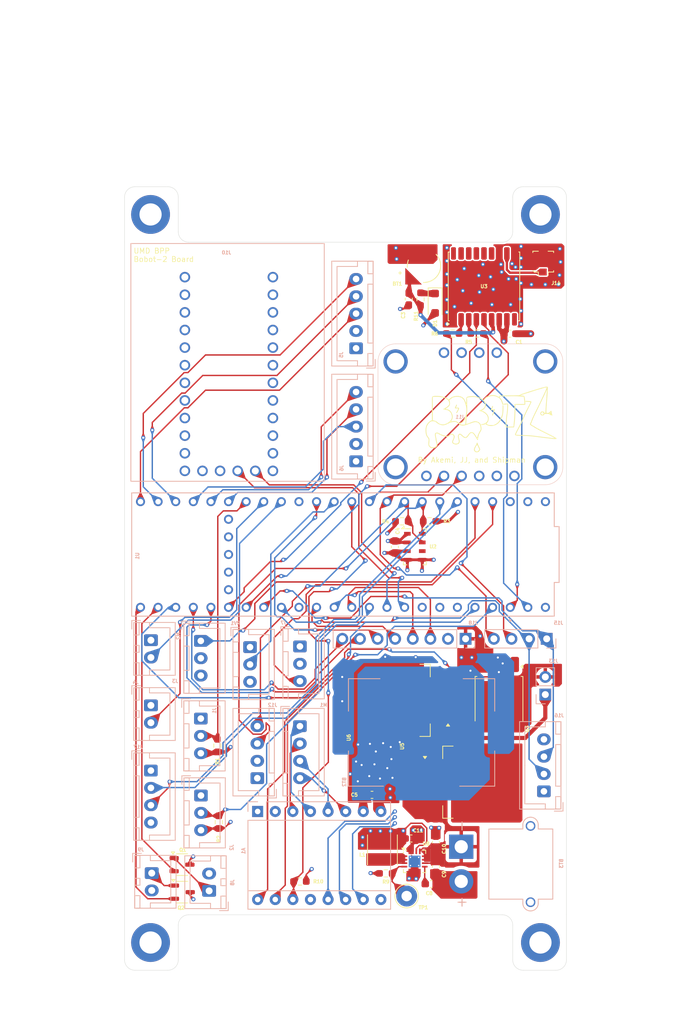
<source format=kicad_pcb>
(kicad_pcb (version 20240108) (generator "pcbnew") (generator_version "8.0")
  (layers (0 "F.Cu" signal) (1 "In1.Cu" signal) (2 "In2.Cu" signal) (31 "B.Cu" signal) (34 "B.Paste" user) (35 "F.Paste" user) (36 "B.SilkS" user "B.Silkscreen") (37 "F.SilkS" user "F.Silkscreen") (38 "B.Mask" user) (39 "F.Mask" user) (44 "Edge.Cuts" user))
  (net 0 "")
  (net 1 "Net-(A1-1A)")
  (net 2 "Net-(A1-2B)")
  (net 3 "stepper_MS3")
  (net 4 "+BATT")
  (net 5 "Net-(A1-1B)")
  (net 6 "stepper_sleep")
  (net 7 "stepper_step")
  (net 8 "+5V")
  (net 9 "stepper_MS2")
  (net 10 "stepper_MS1")
  (net 11 "GND")
  (net 12 "stepper_dir")
  (net 13 "Net-(A1-2A)")
  (net 16 "Net-(BT1-+)")
  (net 17 "temp1")
  (net 18 "Net-(U8-SS{slash}TR)")
  (net 19 "+3.3V")
  (net 20 "temp2")
  (net 21 "limitswitch2")
  (net 22 "limitswitch1")
  (net 23 "encoder_A1")
  (net 24 "encoder_B1")
  (net 25 "encoder_X1")
  (net 26 "encoder_B2")
  (net 27 "encoder_X2")
  (net 28 "encoder_A2")
  (net 29 "Net-(J8-Pin_1)")
  (net 30 "Net-(J9-Pin_1)")
  (net 31 "xbee_TX")
  (net 32 "xbee_RX")
  (net 33 "IR_SCL")
  (net 34 "IR_SDA")
  (net 35 "13")
  (net 36 "28")
  (net 37 "11")
  (net 38 "clutch2")
  (net 39 "clutch1")
  (net 40 "10")
  (net 41 "Net-(D1-K)")
  (net 42 "29")
  (net 43 "12")
  (net 44 "I2C_SCL1")
  (net 45 "I2C_SCL2")
  (net 46 "I2C_SDA2")
  (net 47 "I2C_SDA1")
  (net 48 "Net-(L1-Pad1)")
  (net 49 "cutservo_PWM")
  (net 50 "heater1")
  (net 51 "heater2")
  (net 52 "Net-(J13-Pin_2)")
  (net 53 "cutdown")
  (net 54 "GPS_RX")
  (net 55 "Net-(U3-RXD)")
  (net 56 "GPS_TX")
  (net 57 "Net-(U3-TXD)")
  (net 58 "Net-(J14-In)")
  (net 59 "Net-(U8-PG)")
  (net 60 "pot_data")
  (net 64 "EXTINT")
  (net 67 "TIMEPULSE")
  (net 71 "Net-(U5-VO)")
  (net 72 "Net-(J13-Pin_1)")
  (net 76 "BLDC_PWM")
  (net 77 "RTC_Batt")
  (footprint "Capacitor_SMD:C_0603_1608Metric_Pad1.08x0.95mm_HandSolder" (layer "F.Cu") (at 194.7 130.7 180)
    (property "Reference" "C5")
    (property "Value" "100uF")
  )
  (footprint "MountingHole:MountingHole_3.2mm_M3_DIN965_Pad" (layer "F.Cu") (at 219 152)
    (property "Reference" "J19" (hide yes))
    (property "Value" "Conn_01x01_Pin")
  )
  (footprint "Package_DFN_QFN:VQFN-16-1EP_3x3mm_P0.5mm_EP1.68x1.68mm_ThermalVias" (layer "F.Cu") (at 200.84 140.3075)
    (property "Reference" "U8")
    (property "Value" "TPS62133")
  )
  (footprint "Package_LGA:LGA-8_3x5mm_P1.25mm" (layer "F.Cu") (at 200.875 94.925)
    (property "Reference" "U2")
    (property "Value" "MS5607-02BA")
  )
  (footprint "Inductor_SMD:L_Coilcraft_XxL4040" (layer "F.Cu") (at 196.2025 138.6275 90)
    (property "Reference" "L1")
    (property "Value" "1uH")
  )
  (footprint "Connector_Coaxial:U.FL_Molex_MCRF_73412-0110_Vertical" (layer "F.Cu") (at 219.4 53.8)
    (property "Reference" "J14")
    (property "Value" "Conn_Coaxial")
  )
  (footprint "RF_GPS:ublox_MAX" (layer "F.Cu") (at 210.8525 57.372355 90)
    (property "Reference" "U3")
    (property "Value" "MAX-M10S")
  )
  (footprint "TestPoint:TestPoint_Loop_D2.54mm_Drill1.5mm_Beaded" (layer "F.Cu") (at 199.7 145.3)
    (property "Reference" "TP1")
    (property "Value" "TestPoint")
  )
  (footprint "MountingHole:MountingHole_3.2mm_M3_DIN965_Pad" (layer "F.Cu") (at 162.75 152)
    (property "Reference" "J19" (hide yes))
    (property "Value" "Conn_01x01_Pin")
  )
  (footprint "Capacitor_SMD:C_0603_1608Metric_Pad1.08x0.95mm_HandSolder" (layer "F.Cu") (at 203.9225 137.5175 90)
    (property "Reference" "C10")
    (property "Value" "10uF")
  )
  (footprint "Resistor_SMD:R_0603_1608Metric_Pad0.98x0.95mm_HandSolder" (layer "F.Cu") (at 184.3 143.2)
    (property "Reference" "R10")
    (property "Value" "4.7k")
  )
  (footprint "MountingHole:MountingHole_3.2mm_M3_DIN965_Pad" (layer "F.Cu") (at 162.75 47)
    (property "Reference" "J19" (hide yes))
    (property "Value" "Conn_01x01_Pin")
  )
  (footprint "Package_TO_SOT_SMD:TO-263-3_TabPin2" (layer "F.Cu") (at 209.725 128.875)
    (property "Reference" "U5")
    (property "Value" "LM1084-ADJ")
  )
  (footprint "Capacitor_SMD:C_0603_1608Metric_Pad1.08x0.95mm_HandSolder" (layer "F.Cu") (at 203.2425 143.5675)
    (property "Reference" "C8")
    (property "Value" "3.3nF")
  )
  (footprint "Resistor_SMD:R_0603_1608Metric_Pad0.98x0.95mm_HandSolder" (layer "F.Cu") (at 203 91.25 180)
    (property "Reference" "R3")
    (property "Value" "10k")
  )
  (footprint "Resistor_SMD:R_0603_1608Metric_Pad0.98x0.95mm_HandSolder" (layer "F.Cu") (at 172.4 123.6 -90)
    (property "Reference" "R1")
    (property "Value" "4.7k")
  )
  (footprint "Package_TO_SOT_SMD:SOT-23-3" (layer "F.Cu") (at 167.2925 140.77)
    (property "Reference" "Q1")
    (property "Value" "NMOS")
  )
  (footprint "Package_TO_SOT_SMD:TO-252-2" (layer "F.Cu") (at 213.02 116.94 -90)
    (property "Reference" "Q3")
    (property "Value" "DMN6040SK3-13")
  )
  (footprint "ML414H_IV01E:SEIKO_ML414H_IV01E" (layer "F.Cu") (at 202.2 54.4 180)
    (property "Reference" "BT1")
    (property "Value" "GPS_Batt")
  )
  (footprint "Capacitor_SMD:C_0603_1608Metric_Pad1.08x0.95mm_HandSolder" (layer "F.Cu") (at 198 94.95 -90)
    (property "Reference" "C4")
    (property "Value" "100nF")
  )
  (footprint "Package_TO_SOT_SMD:TO-263-2" (layer "F.Cu") (at 198.275 117.075 180)
    (property "Reference" "U6")
    (property "Value" "0.3 Ohm Resistor")
  )
  (footprint "Capacitor_SMD:C_0603_1608Metric_Pad1.08x0.95mm_HandSolder" (layer "F.Cu") (at 203.9225 141.0275 -90)
    (property "Reference" "C9")
    (property "Value" "0.1uF")
  )
  (footprint "Capacitor_SMD:C_0603_1608Metric_Pad1.08x0.95mm_HandSolder" (layer "F.Cu") (at 200 59.2 -90)
    (property "Reference" "C3")
    (property "Value" "10uF")
  )
  (footprint "Resistor_SMD:R_0603_1608Metric_Pad0.98x0.95mm_HandSolder" (layer "F.Cu") (at 196.6925 142.0275)
    (property "Reference" "R9")
    (property "Value" "R_Small")
  )
  (footprint "Package_TO_SOT_SMD:SOT-23-3" (layer "F.Cu") (at 167.34 144.7375)
    (property "Reference" "Q2")
    (property "Value" "NMOS")
  )
  (footprint "MountingHole:MountingHole_3.2mm_M3_DIN965_Pad" (layer "F.Cu") (at 219 47)
    (property "Reference" "J19" (hide yes))
    (property "Value" "Conn_01x01_Pin")
  )
  (footprint "Resistor_SMD:R_0603_1608Metric_Pad0.98x0.95mm_HandSolder" (layer "F.Cu") (at 172.6 134.6425 -90)
    (property "Reference" "R2")
    (property "Value" "4.7k")
  )
  (footprint "Resistor_SMD:R_0603_1608Metric_Pad0.98x0.95mm_HandSolder" (layer "F.Cu") (at 206.34 64.172355)
    (property "Reference" "R6")
    (property "Value" "??")
  )
  (footprint "Diode_SMD:D_SOD-123F" (layer "F.Cu") (at 203.8 59.8 -90)
    (property "Reference" "D1")
    (property "Value" "D_Schottky")
  )
  (footprint "Resistor_SMD:R_0603_1608Metric_Pad0.98x0.95mm_HandSolder" (layer "F.Cu") (at 209.8525 64.172355 180)
    (property "Reference" "R5")
    (property "Value" "??")
  )
  (footprint "Resistor_SMD:R_0603_1608Metric_Pad0.98x0.95mm_HandSolder" (layer "F.Cu") (at 199 91.25)
    (property "Reference" "R4")
    (property "Value" "10k")
  )
  (footprint "Capacitor_SMD:C_0603_1608Metric_Pad1.08x0.95mm_HandSolder" (layer "F.Cu") (at 200.3425 136.9975)
    (property "Reference" "C11")
    (property "Value" "22uF")
  )
  (footprint "Aesthetics:logosmall" (layer "F.Cu") (at 211.9 76.3)
    (property "Reference" "G***" (hide yes))
    (property "Value" "LOGO" (hide yes))
  )
  (footprint "Capacitor_SMD:C_0603_1608Metric_Pad1.08x0.95mm_HandSolder" (layer "F.Cu") (at 214.6 64.2)
    (property "Reference" "C1")
    (property "Value" "1uF")
  )
  (footprint "Resistor_SMD:R_0603_1608Metric_Pad0.98x0.95mm_HandSolder" (layer "F.Cu") (at 201.7 59.2125 -90)
    (property "Reference" "R11")
    (property "Value" "3.3k")
  )
  (footprint "BNO055:BNO055" (layer "B.Cu") (at 222.23 85.98 180)
    (property "Reference" "J11")
    (property "Value" "BNO055")
  )
  (footprint "Connector_PinHeader_2.54mm:PinHeader_1x08_P2.54mm_Vertical" (layer "B.Cu") (at 208.2 108.2 90)
    (property "Reference" "J18")
    (property "Value" "Conn_01x08_Pin")
  )
  (footprint "Connector_AMASS:AMASS_XT30PW-M_1x02_P2.50mm_Horizontal" (layer "B.Cu") (at 207.57 138.185 90)
    (property "Reference" "BT3")
    (property "Value" "motor_batt")
  )
  (footprint "Module:Pololu_Breakout-16_15.2x20.3mm" (layer "B.Cu") (at 178.2 133.1 -90)
    (property "Reference" "A1")
    (property "Value" "Pololu_Breakout_A4988")
  )
  (footprint "Connector_JST:JST_XH_B2B-XH-A_1x02_P2.50mm_Vertical" (layer "B.Cu") (at 171.2 144.55 90)
    (property "Reference" "J8")
    (property "Value" "Heater 1")
  )
  (footprint "Connector_JST:JST_XH_B2B-XH-A_1x02_P2.50mm_Vertical" (layer "B.Cu") (at 162.8 108.4 -90)
    (property "Reference" "J3")
    (property "Value" "Limit Switch 2")
  )
  (footprint "Connector_JST:JST_XH_B3B-XH-A_1x03_P2.50mm_Vertical" (layer "B.Cu") (at 170.025 130.8 -90)
    (property "Reference" "J2")
    (property "Value" "Temp Probe 2")
  )
  (footprint "Connector_JST:JST_XH_B2B-XH-A_1x02_P2.50mm_Vertical" (layer "B.Cu") (at 162.92 141.99 -90)
    (property "Reference" "J9")
    (property "Value" "Heater 2")
  )
  (footprint "Connector_JST:JST_XH_B3B-XH-A_1x03_P2.50mm_Vertical" (layer "B.Cu") (at 177.1 109.4 -90)
    (property "Reference" "RV1")
    (property "Value" "R_Potentiometer")
  )
  (footprint "XBee:XBee Explorer" (layer "B.Cu") (at 187.81 85.48 180)
    (property "Reference" "J10")
    (property "Value" "XBee Explorer")
  )
  (footprint "Connector_JST:JST_XH_B2B-XH-A_1x02_P2.50mm_Vertical" (layer "B.Cu") (at 162.8 117.8 -90)
    (property "Reference" "J4")
    (property "Value" "Limit Switch 1")
  )
  (footprint "Connector_PinHeader_2.54mm:PinHeader_1x02_P2.54mm_Vertical" (layer "B.Cu") (at 219.7 116.24)
    (property "Reference" "J13")
    (property "Value" "Conn_01x02_Socket")
  )
  (footprint "Connector_JST:JST_XH_B5B-XH-A_1x05_P2.50mm_Vertical" (layer "B.Cu") (at 192.4 66.3 90)
    (property "Reference" "J5")
    (property "Value" "Encoder 1")
  )
  (footprint "Connector_JST:JST_XH_B4B-XH-A_1x04_P2.50mm_Vertical" (layer "B.Cu") (at 184.3 120.8 -90)
    (property "Reference" "M1")
    (property "Value" "Stepper_Motor_bipolar")
  )
  (footprint "Connector_PinHeader_2.54mm:PinHeader_1x04_P2.54mm_Vertical" (layer "B.Cu") (at 219.9 108.2 90)
    (property "Reference" "J15")
    (property "Value" "I2C Pinout")
  )
  (footprint "BAT-HLD-001:BAT_BAT-HLD-001" (layer "B.Cu") (at 201.85 121.5 180)
    (property "Reference" "BT2")
    (property "Value" "RTC Battery")
  )
  (footprint "DEV-16771:MODULE_DEV-16771" (layer "B.Cu") (at 190.51 96.04 180)
    (property "Reference" "U1")
    (property "Value" "DEV-16771")
  )
  (footprint "Connector_JST:JST_XH_B4B-XH-A_1x04_P2.50mm_Vertical" (layer "B.Cu") (at 162.8 127.2 -90)
    (property "Reference" "J17")
    (property "Value" "Conn_01x04_Socket")
  )
  (footprint "Connector_JST:JST_XH_B3B-XH-A_1x03_P2.50mm_Vertical" (layer "B.Cu") (at 184.3 109.3 -90)
    (property "Reference" "J7")
    (property "Value" "ESC")
  )
  (footprint "Connector_JST:JST_XH_B3B-XH-A_1x03_P2.50mm_Vertical" (layer "B.Cu") (at 170 108.5 -90)
    (property "Reference" "M2")
    (property "Value" "Motor_Servo")
  )
  (footprint "Connector_JST:JST_XH_B4B-XH-A_1x04_P2.50mm_Vertical" (layer "B.Cu") (at 219.5 130.2 90)
    (property "Reference" "J16")
    (property "Value" "INA260")
  )
  (footprint "Connector_JST:JST_XH_B3B-XH-A_1x03_P2.50mm_Vertical" (layer "B.Cu") (at 170 119.7 -90)
    (property "Reference" "J1")
    (property "Value" "Temp Probe 1")
  )
  (footprint "Connector_JST:JST_XH_B5B-XH-A_1x05_P2.50mm_Vertical" (layer "B.Cu") (at 192.4 82.6 90)
    (property "Reference" "J6")
    (property "Value" "Encoder 2")
  )
  (footprint "Connector_JST:JST_XH_B4B-XH-A_1x04_P2.50mm_Vertical" (layer "B.Cu") (at 178.15 128.3 90)
    (property "Reference" "J12")
    (property "Value" "IR Temp Sensor")
  )
  (gr_line (start 160.5 156) (end 165.25 156) (stroke (width 0.05)) (layer "Edge.Cuts"))
  (gr_arc (start 166.75 149.5) (mid 167.18934 148.43934) (end 168.25 148) (stroke (width 0.05)) (layer "Edge.Cuts"))
  (gr_line (start 166.75 44.5) (end 166.75 49.5) (stroke (width 0.05)) (layer "Edge.Cuts"))
  (gr_arc (start 160.5 156) (mid 159.43934 155.56066) (end 159 154.5) (stroke (width 0.05)) (layer "Edge.Cuts"))
  (gr_line (start 166.75 154.5) (end 166.75 149.5) (stroke (width 0.05)) (layer "Edge.Cuts"))
  (gr_arc (start 166.75 154.5) (mid 166.31066 155.56066) (end 165.25 156) (stroke (width 0.05)) (layer "Edge.Cuts"))
  (gr_line (start 222.75 148) (end 222.75 154.5) (stroke (width 0.05)) (layer "Edge.Cuts"))
  (gr_line (start 222.75 51) (end 222.75 44.5) (stroke (width 0.05)) (layer "Edge.Cuts"))
  (gr_arc (start 222.75 154.5) (mid 222.31066 155.56066) (end 221.25 156) (stroke (width 0.05)) (layer "Edge.Cuts"))
  (gr_line (start 159 51) (end 159 44.5) (stroke (width 0.05)) (layer "Edge.Cuts"))
  (gr_line (start 215 44.5) (end 215 49.5) (stroke (width 0.05)) (layer "Edge.Cuts"))
  (gr_arc (start 159 44.5) (mid 159.43934 43.43934) (end 160.5 43) (stroke (width 0.05)) (layer "Edge.Cuts"))
  (gr_line (start 159 148) (end 159 51) (stroke (width 0.05)) (layer "Edge.Cuts"))
  (gr_arc (start 168.25 51) (mid 167.18934 50.56066) (end 166.75 49.5) (stroke (width 0.05)) (layer "Edge.Cuts"))
  (gr_line (start 168.25 51) (end 213.5 51) (stroke (width 0.05)) (layer "Edge.Cuts"))
  (gr_arc (start 165.25 43) (mid 166.31066 43.43934) (end 166.75 44.5) (stroke (width 0.05)) (layer "Edge.Cuts"))
  (gr_arc (start 213.5 148) (mid 214.56066 148.43934) (end 215 149.5) (stroke (width 0.05)) (layer "Edge.Cuts"))
  (gr_arc (start 216.5 156) (mid 215.43934 155.56066) (end 215 154.5) (stroke (width 0.05)) (layer "Edge.Cuts"))
  (gr_line (start 222.75 51) (end 222.75 148) (stroke (width 0.05)) (layer "Edge.Cuts"))
  (gr_line (start 213.5 148) (end 168.25 148) (stroke (width 0.05)) (layer "Edge.Cuts"))
  (gr_arc (start 215 44.5) (mid 215.43934 43.43934) (end 216.5 43) (stroke (width 0.05)) (layer "Edge.Cuts"))
  (gr_arc (start 215 49.5) (mid 214.56066 50.56066) (end 213.5 51) (stroke (width 0.05)) (layer "Edge.Cuts"))
  (gr_line (start 221.25 43) (end 216.5 43) (stroke (width 0.05)) (layer "Edge.Cuts"))
  (gr_arc (start 221.25 43) (mid 222.31066 43.43934) (end 222.75 44.5) (stroke (width 0.05)) (layer "Edge.Cuts"))
  (gr_line (start 216.5 156) (end 221.25 156) (stroke (width 0.05)) (layer "Edge.Cuts"))
  (gr_line (start 159 148) (end 159 154.5) (stroke (width 0.05)) (layer "Edge.Cuts"))
  (gr_line (start 165.25 43) (end 160.5 43) (stroke (width 0.05)) (layer "Edge.Cuts"))
  (gr_line (start 215 154.5) (end 215 149.5) (stroke (width 0.05)) (layer "Edge.Cuts"))
  (gr_text "By Akemi, JJ, and Shipman" (at 201.25 82.85 0) (layer "F.SilkS") (effects (font (size 0.75 0.75) (thickness 0.1)) (justify left bottom)))
  (gr_text "UMD BPP\nBobot-2 Board" (at 160.25 53.9 0) (layer "F.SilkS") (effects (font (size 0.75 0.75) (thickness 0.1)) (justify left bottom)))
  (segment (start 183.025 130.305) (end 185.82 133.1) (width 0.2) (layer "B.Cu") (net 1))
  (segment (start 183.025 122.075) (end 183.025 130.305) (width 0.2) (layer "B.Cu") (net 1))
  (segment (start 184.3 120.8) (end 183.025 122.075) (width 0.2) (layer "B.Cu") (net 1))
  (segment (start 187.755735 130.104265) (end 187.904265 130.104265) (width 0.2) (layer "F.Cu") (net 2))
  (segment (start 187.904265 130.104265) (end 190.9 133.1) (width 0.2) (layer "F.Cu") (net 2))
  (via (at 187.755735 130.104265) (size 0.6) (drill 0.3) (layers "F.Cu" "B.Cu") (net 2))
  (segment (start 184.3 128.3) (end 185.95147 128.3) (width 0.2) (layer "B.Cu") (net 2))
  (segment (start 185.95147 128.3) (end 187.755735 130.104265) (width 0.2) (layer "B.Cu") (net 2))
  (via (at 198 133.1) (size 0.6) (drill 0.3) (layers "F.Cu" "B.Cu") (net 3))
  (segment (start 188.36 136.94) (end 188.36 145.8) (width 0.2) (layer "B.Cu") (net 3))
  (segment (start 198 133.1) (end 197.96362 133.1) (width 0.2) (layer "B.Cu") (net 3))
  (segment (start 196.56362 134.5) (end 190.8 134.5) (width 0.2) (layer "B.Cu") (net 3))
  (segment (start 197.96362 133.1) (end 196.56362 134.5) (width 0.2) (layer "B.Cu") (net 3))
  (segment (start 190.8 134.5) (end 188.36 136.94) (width 0.2) (layer "B.Cu") (net 3))
  (segment (start 202.055 138.38) (end 203.9225 138.38) (width 0.2) (layer "F.Cu") (net 4))
  (segment (start 201.59 138.845) (end 202.055 138.38) (width 0.2) (layer "F.Cu") (net 4))
  (segment (start 195.5625 132.6825) (end 195.5625 130.7) (width 1.4) (layer "F.Cu") (net 4))
  (segment (start 203.53 140.5575) (end 203.9225 140.165) (width 0.2) (layer "F.Cu") (net 4))
  (segment (start 195.98 133.1) (end 195.5625 132.6825) (width 1.4) (layer "F.Cu") (net 4))
  (segment (start 202.3025 140.5575) (end 203.53 140.5575) (width 0.2) (layer "F.Cu") (net 4))
  (via (at 197.35 131.1) (size 0.6) (drill 0.3) (layers "F.Cu" "B.Cu") (net 4))
  (via (at 197.3 129.85) (size 0.6) (drill 0.3) (layers "F.Cu" "B.Cu") (net 4))
  (segment (start 182.9 132.72) (end 183.28 133.1) (width 0.2) (layer "F.Cu") (net 5))
  (segment (start 182.9 124.7) (end 182.9 132.72) (width 0.2) (layer "F.Cu") (net 5))
  (segment (start 184.3 123.3) (end 182.9 124.7) (width 0.2) (layer "F.Cu") (net 5))
  (segment (start 186.3 101.4) (end 185.6 102.1) (width 0.2) (layer "F.Cu") (net 6))
  (segment (start 183.3875 145.6925) (end 183.28 145.8) (width 0.2) (layer "F.Cu") (net 6))
  (segment (start 191.78 94.92853) (end 191.78 88.42) (width 0.2) (layer "F.Cu") (net 6))
  (segment (start 188.9 101) (end 188.5 101.4) (width 0.2) (layer "F.Cu") (net 6))
  (segment (start 193.775735 96.924265) (end 191.78 94.92853) (width 0.2) (layer "F.Cu") (net 6))
  (segment (start 186.8 108.5) (end 188.4 108.5) (width 0.2) (layer "F.Cu") (net 6))
  (segment (start 188.4 126) (end 188.4 116) (width 0.2) (layer "F.Cu") (net 6))
  (segment (start 183.3875 143.2) (end 184.72 141.8675) (width 0.2) (layer "F.Cu") (net 6))
  (segment (start 183.3875 143.2) (end 183.3875 145.6925) (width 0.2) (layer "F.Cu") (net 6))
  (segment (start 184.72 141.8675) (end 184.72 129.68) (width 0.2) (layer "F.Cu") (net 6))
  (segment (start 184.72 129.68) (end 188.4 126) (width 0.2) (layer "F.Cu") (net 6))
  (segment (start 185.6 102.1) (end 185.6 107.3) (width 0.2) (layer "F.Cu") (net 6))
  (segment (start 188.5 101.4) (end 186.3 101.4) (width 0.2) (layer "F.Cu") (net 6))
  (segment (start 185.6 107.3) (end 186.8 108.5) (width 0.2) (layer "F.Cu") (net 6))
  (via (at 193.775735 96.924265) (size 0.6) (drill 0.3) (layers "F.Cu" "B.Cu") (net 6))
  (via (at 188.9 101) (size 0.6) (drill 0.3) (layers "F.Cu" "B.Cu") (net 6))
  (via (at 188.4 116) (size 0.6) (drill 0.3) (layers "F.Cu" "B.Cu") (net 6))
  (via (at 188.4 108.5) (size 0.6) (drill 0.3) (layers "F.Cu" "B.Cu") (net 6))
  (segment (start 188.4 116) (end 188.4 108.5) (width 0.2) (layer "B.Cu") (net 6))
  (segment (start 193.775735 96.924265) (end 189.7 101) (width 0.2) (layer "B.Cu") (net 6))
  (segment (start 189.7 101) (end 188.9 101) (width 0.2) (layer "B.Cu") (net 6))
  (segment (start 192.293173 110.493173) (end 182.5 120.286346) (width 0.2) (layer "F.Cu") (net 7))
  (segment (start 182.18 132.644365) (end 182.18 143.72) (width 0.2) (layer "F.Cu") (net 7))
  (segment (start 182.5 132.324365) (end 182.18 132.644365) (width 0.2) (layer "F.Cu") (net 7))
  (segment (start 180.74 145.16) (end 180.74 145.8) (width 0.2) (layer "F.Cu") (net 7))
  (segment (start 182.5 120.286346) (end 182.5 132.324365) (width 0.2) (layer "F.Cu") (net 7))
  (segment (start 182.18 143.72) (end 180.74 145.16) (width 0.2) (layer "F.Cu") (net 7))
  (via (at 192.293173 110.493173) (size 0.6) (drill 0.3) (layers "F.Cu" "B.Cu") (net 7))
  (segment (start 195.506827 110.493173) (end 196.89 109.11) (width 0.2) (layer "B.Cu") (net 7))
  (segment (start 192.293173 110.493173) (end 195.506827 110.493173) (width 0.2) (layer "B.Cu") (net 7))
  (segment (start 197.95 106.4) (end 209.36 106.4) (width 0.2) (layer "B.Cu") (net 7))
  (segment (start 209.36 106.4) (end 212.1 103.66) (width 0.2) (layer "B.Cu") (net 7))
  (segment (start 196.89 109.11) (end 196.89 107.46) (width 0.2) (layer "B.Cu") (net 7))
  (segment (start 196.89 107.46) (end 197.95 106.4) (width 0.2) (layer "B.Cu") (net 7))
  (segment (start 202.6 135.5) (end 201.9 134.8) (width 0.2) (layer "F.Cu") (net 8))
  (segment (start 201.09 138.418114) (end 201.528114 137.98) (width 0.2) (layer "F.Cu") (net 8))
  (segment (start 201.528114 137.98) (end 202.12 137.98) (width 0.2) (layer "F.Cu") (net 8))
  (segment (start 201.9 134.8) (end 200.295 134.8) (width 0.2) (layer "F.Cu") (net 8))
  (segment (start 201.09 138.845) (end 201.09 138.418114) (width 0.2) (layer "F.Cu") (net 8))
  (segment (start 194.5325 142.0275) (end 194.49 141.985) (width 0.2) (layer "F.Cu") (net 8))
  (segment (start 202.12 137.98) (end 202.6 137.5) (width 0.2) (layer "F.Cu") (net 8))
  (segment (start 195.78 142.0275) (end 194.5325 142.0275) (width 0.2) (layer "F.Cu") (net 8))
  (segment (start 202.6 137.5) (end 202.6 135.5) (width 0.2) (layer "F.Cu") (net 8))
  (segment (start 200.295 134.8) (end 199.21 135.885) (width 0.2) (layer "F.Cu") (net 8))
  (via (at 193.31 137.985) (size 0.6) (drill 0.3) (layers "F.Cu" "B.Cu") (net 8))
  (via (at 194.48 135.905) (size 0.6) (drill 0.3) (layers "F.Cu" "B.Cu") (net 8))
  (via (at 194.49 141.985) (size 0.6) (drill 0.3) (layers "F.Cu" "B.Cu") (net 8))
  (via (at 193.35 136.815) (size 0.6) (drill 0.3) (layers "F.Cu" "B.Cu") (net 8))
  (via (at 197.36 135.925) (size 0.6) (drill 0.3) (layers "F.Cu" "B.Cu") (net 8))
  (via (at 199.21 135.885) (size 0.6) (drill 0.3) (layers "F.Cu" "B.Cu") (net 8))
  (via (at 195.9 135.925) (size 0.6) (drill 0.3) (layers "F.Cu" "B.Cu") (net 8))
  (via (at 198 133.912149) (size 0.6) (drill 0.3) (layers "F.Cu" "B.Cu") (net 9))
  (segment (start 190 144.9) (end 190.9 145.8) (width 0.2) (layer "B.Cu") (net 9))
  (segment (start 197.012149 134.9) (end 190.965686 134.9) (width 0.2) (layer "B.Cu") (net 9))
  (segment (start 190.965686 134.9) (end 190 135.865686) (width 0.2) (layer "B.Cu") (net 9))
  (segment (start 190 135.865686) (end 190 144.9) (width 0.2) (layer "B.Cu") (net 9))
  (segment (start 198 133.912149) (end 197.012149 134.9) (width 0.2) (layer "B.Cu") (net 9))
  (via (at 198 134.8) (size 0.6) (drill 0.3) (layers "F.Cu" "B.Cu") (net 10))
  (segment (start 198 134.8) (end 197.5 135.3) (width 0.2) (layer "B.Cu") (net 10))
  (segment (start 191.9 136.340686) (end 191.9 144.26) (width 0.2) (layer "B.Cu") (net 10))
  (segment (start 191.9 144.26) (end 193.44 145.8) (width 0.2) (layer "B.Cu") (net 10))
  (segment (start 192.940686 135.3) (end 191.9 136.340686) (width 0.2) (layer "B.Cu") (net 10))
  (segment (start 197.5 135.3) (end 192.940686 135.3) (width 0.2) (layer "B.Cu") (net 10))
  (segment (start 168.4775 145.3075) (end 168.93 145.76) (width 0.2) (layer "F.Cu") (net 11))
  (segment (start 168.43 140.77) (end 168.43 140.07) (width 0.2) (layer "F.Cu") (net 11))
  (segment (start 192.65 129.5125) (end 193.8375 130.7) (width 1) (layer "F.Cu") (net 11))
  (segment (start 201.95 96.8) (end 203.6 96.8) (width 0.4) (layer "F.Cu") (net 11))
  (segment (start 200.1475 60.590145) (end 198.785 60.590145) (width 0.2) (layer "F.Cu") (net 11))
  (segment (start 201.95 96.8) (end 199.8 96.8) (width 0.4) (layer "F.Cu") (net 11))
  (segment (start 168.43 140.07) (end 168.9 139.6) (width 0.2) (layer "F.Cu") (net 11))
  (segment (start 217.602399 54.832456) (end 217.602399 53.222355) (width 0.2) (layer "F.Cu") (net 11))
  (segment (start 199.8 96.8) (end 199.8 98.3) (width 0.4) (layer "F.Cu") (net 11))
  (segment (start 200.59 138.845) (end 200.59 137.71) (width 0.3) (layer "F.Cu") (net 11))
  (segment (start 198.9875 96.8) (end 198 95.8125) (width 0.4) (layer "F.Cu") (net 11))
  (segment (start 185.2125 142.1875) (end 186 141.4) (width 0.2) (layer "F.Cu") (net 11))
  (segment (start 215.4625 64.2) (end 217.6 64.2) (width 1) (layer "F.Cu") (net 11))
  (segment (start 199.8 95.55) (end 198.2625 95.55) (width 0.4) (layer "F.Cu") (net 11))
  (segment (start 198 95.8125) (end 196.4875 95.8125) (width 0.4) (layer "F.Cu") (net 11))
  (segment (start 198.9875 96.8) (end 199.8 96.8) (width 0.4) (layer "F.Cu") (net 11))
  (segment (start 198.2625 95.55) (end 198 95.8125) (width 0.2) (layer "F.Cu") (net 11))
  (segment (start 185.2125 143.2) (end 185.2125 142.1875) (width 0.2) (layer "F.Cu") (net 11))
  (segment (start 192.65 128.75) (end 192.65 129.5125) (width 1) (layer "F.Cu") (net 11))
  (segment (start 193.44 131.0975) (end 193.8375 130.7) (width 1) (layer "F.Cu") (net 11))
  (segment (start 193.44 133.1) (end 193.44 131.0975) (width 1) (layer "F.Cu") (net 11))
  (segment (start 200.59 137.6125) (end 201.205 136.9975) (width 0.4) (layer "F.Cu") (net 11))
  (segment (start 168.4775 144.7375) (end 168.4775 145.3075) (width 0.2) (layer "F.Cu") (net 11))
  (segment (start 198.785 60.590145) (end 198.7475 60.627645) (width 0.2) (layer "F.Cu") (net 11))
  (segment (start 201.95 98.35) (end 201.9 98.4) (width 0.4) (layer "F.Cu") (net 11))
  (segment (start 200.6 137.7) (end 200.59 137.69) (width 0.3) (layer "F.Cu") (net 11))
  (segment (start 200.59 137.69) (end 200.59 137.6125) (width 0.3) (layer "F.Cu") (net 11))
  (segment (start 201.95 96.8) (end 201.95 98.35) (width 0.4) (layer "F.Cu") (net 11))
  (segment (start 200.59 137.71) (end 200.6 137.7) (width 0.3) (layer "F.Cu") (net 11))
  (via (at 201.06 142.805) (size 0.6) (drill 0.3) (layers "F.Cu" "B.Cu") (net 11))
  (via (at 217.6 64.2) (size 0.6) (drill 0.3) (layers "F.Cu" "B.Cu") (net 11))
  (via (at 196.4875 95.8125) (size 0.6) (drill 0.3) (layers "F.Cu" "B.Cu") (net 11))
  (via (at 194.4 123.35) (size 0.6) (drill 0.3) (layers "F.Cu" "B.Cu") (net 11))
  (via (at 186 141.4) (size 0.6) (drill 0.3) (layers "F.Cu" "B.Cu") (net 11))
  (via (at 206.6 60.3) (size 0.6) (drill 0.3) (layers "F.Cu" "B.Cu") (net 11))
  (via (at 192.7 123.45) (size 0.6) (drill 0.3) (layers "F.Cu" "B.Cu") (net 11))
  (via (at 191.55 127.7) (size 0.6) (drill 0.3) (layers "F.Cu" "B.Cu") (net 11))
  (via (at 212 60) (size 0.6) (drill 0.3) (layers "F.Cu" "B.Cu") (net 11))
  (via (at 205.5 55.6) (size 0.6) (drill 0.3) (layers "F.Cu" "B.Cu") (net 11))
  (via (at 198.7 123.1) (size 0.6) (drill 0.3) (layers "F.Cu" "B.Cu") (net 11))
  (via (at 215.5 56.3) (size 0.6) (drill 0.3) (layers "F.Cu" "B.Cu") (net 11))
  (via (at 201.9 98.4) (size 0.6) (drill 0.3) (layers "F.Cu" "B.Cu") (net 11))
  (via (at 216.2 62.8) (size 0.6) (drill 0.3) (layers "F.Cu" "B.Cu") (net 11))
  (via (at 201.8 135.8) (size 0.6) (drill 0.3) (layers "F.Cu" "B.Cu") (net 11))
  (via (at 221.8 51.95) (size 0.6) (drill 0.3) (layers "F.Cu" "B.Cu") (net 11))
  (via (at 214.4 56.3) (size 0.6) (drill 0.3) (layers "F.Cu" "B.Cu") (net 11))
  (via (at 209 59.8) (size 0.6) (drill 0.3) (layers "F.Cu" "B.Cu") (net 11))
  (via (at 197.5 125.55) (size 0.6) (drill 0.3) (layers "F.Cu" "B.Cu") (net 11))
  (via (at 209.1 110.9) (size 0.6) (drill 0.3) (layers "F.Cu" "B.Cu") (net 11))
  (via (at 205.5 53.7) (size 0.6) (drill 0.3) (layers "F.Cu" "B.Cu") (net 11))
  (via (at 205.5 62.8) (size 0.6) (drill 0.3) (layers "F.Cu" "B.Cu") (net 11))
  (via (at 195.25 124.45) (size 0.6) (drill 0.3) (layers "F.Cu" "B.Cu") (net 11))
  (via (at 196.9 126.85) (size 0.6) (drill 0.3) (layers "F.Cu" "B.Cu") (net 11))
  (via (at 216.2 51.6) (size 0.6) (drill 0.3) (layers "F.Cu" "B.Cu") (net 11))
  (via (at 216.1 59.2) (size 0.6) (drill 0.3) (layers "F.Cu" "B.Cu") (net 11))
  (via (at 213.3 54.2) (size 0.6) (drill 0.3) (layers "F.Cu" "B.Cu") (net 11))
  (via (at 205.5 61.1) (size 0.6) (drill 0.3) (layers "F.Cu" "B.Cu") (net 11))
  (via (at 214.9 54.1) (size 0.6) (drill 0.3) (layers "F.Cu" "B.Cu") (net 11))
  (via (at 211.8 56) (size 0.6) (drill 0.3) (layers "F.Cu" "B.Cu") (net 11))
  (via (at 192.4 125.9) (size 0.6) (drill 0.3) (layers "F.Cu" "B.Cu") (net 11))
  (via (at 216.2 60.9) (size 0.6) (drill 0.3) (layers "F.Cu" "B.Cu") (net 11))
  (via (at 208 54.8) (size 0.6) (drill 0.3) (layers "F.Cu" "B.Cu") (net 11))
  (via (at 193.2 126.4) (size 0.6) (drill 0.3) (layers "F.Cu" "B.Cu") (net 11))
  (via (at 192.65 128.75) (size 0.6) (drill 0.3) (layers "F.Cu" "B.Cu") (net 11))
  (via (at 216.2 54.6) (size 0.6) (drill 0.3) (layers "F.Cu" "B.Cu") (net 11))
  (via (at 197.4 123.8) (size 0.6) (drill 0.3) (layers "F.Cu" "B.Cu") (net 11))
  (via (at 198.2475 53.427645) (size 0.6) (drill 0.3) (layers "F.Cu" "B.Cu") (net 11))
  (via (at 215.4 54.6) (size 0.6) (drill 0.3) (layers "F.Cu" "B.Cu") (net 11))
  (via (at 200.65 135.8) (size 0.6) (drill 0.3) (layers "F.Cu" "B.Cu") (net 11))
  (via (at 214.7 60) (size 0.6) (drill 0.3) (layers "F.Cu" "B.Cu") (net 11))
  (via (at 205.5 57.2) (size 0.6) (drill 0.3) (layers "F.Cu" "B.Cu") (net 11))
  (via (at 216.2 56.9) (size 0.6) (drill 0.3) (layers "F.Cu" "B.Cu") (net 11))
  (via (at 212.2 57.8) (size 0.6) (drill 0.3) (layers "F.Cu" "B.Cu") (net 11))
  (via (at 203.6 96.8) (size 0.6) (drill 0.3) (layers "F.Cu" "B.Cu") (net 11))
  (via (at 200.05 142.765) (size 0.6) (drill 0.3) (layers "F.Cu" "B.Cu") (net 11))
  (via (at 204.37 135.465) (size 0.6) (drill 0.3) (layers "F.Cu" "B.Cu") (net 11))
  (via (at 219.7 57.1) (size 0.6) (drill 0.3) (layers "F.Cu" "B.Cu") (net 11))
  (via (at 207 56.4) (size 0.6) (drill 0.3) (layers "F.Cu" "B.Cu") (net 11))
  (via (at 196.3 123.25) (size 0.6) (drill 0.3) (layers "F.Cu" "B.Cu") (net 11))
  (via (at 195.85 128.35) (size 0.6) (drill 0.3) (layers "F.Cu" "B.Cu") (net 11))
  (via (at 168.93 145.76) (size 0.6) (drill 0.3) (layers "F.Cu" "B.Cu") (net 11))
  (via (at 210.7 54.2) (size 0.6) (drill 0.3) (layers "F.Cu" "B.Cu") (net 11))
  (via (at 195.05 126.3) (size 0.6) (drill 0.3) (layers "F.Cu" "B.Cu") (net 11))
  (via (at 213.4 55.3) (size 0.6) (drill 0.3) (layers "F.Cu" "B.Cu") (net 11))
  (via (at 205.5 51.8) (size 0.6) (drill 0.3) (layers "F.Cu" "B.Cu") (net 11))
  (via (at 198.1475 51.827645) (size 0.6) (drill 0.3) (layers "F.Cu" "B.Cu") (net 11))
  (via (at 221.9 53.85) (size 0.6) (drill 0.3) (layers "F.Cu" "B.Cu") (net 11))
  (via (at 210.1 55.8) (size 0.6) (drill 0.3) (layers "F.Cu" "B.Cu") (net 11))
  (via (at 221.75 55.75) (size 0.6) (drill 0.3) (layers "F.Cu" "B.Cu") (net 11))
  (via (at 221.6 57.1) (size 0.6) (drill 0.3) (layers "F.Cu" "B.Cu") (net 11))
  (via (at 208.9 112.8) (size 0.6) (drill 0.3) (layers "F.Cu" "B.Cu") (net 11))
  (via (at 205.5 59.3) (size 0.6) (drill 0.3) (layers "F.Cu" "B.Cu") (net 11))
  (via (at 197.65 128.25) (size 0.6) (drill 0.3) (layers "F.Cu" "B.Cu") (net 11))
  (via (at 207.6 110.9) (size 0.6) (drill 0.3) (layers "F.Cu" "B.Cu") (net 11))
  (via (at 198.7475 60.627645) (size 0.6) (drill 0.3) (layers "F.Cu" "B.Cu") (net 11))
  (via (at 199.8 98.3) (size 0.6) (drill 0.3) (layers "F.Cu" "B.Cu") (net 11))
  (via (at 210.3 107.8) (size 0.6) (drill 0.3) (layers "F.Cu" "B.Cu") (net 11))
  (via (at 216.2 53.3) (size 0.6) (drill 0.3) (layers "F.Cu" "B.Cu") (net 11))
  (via (at 207.8 58) (size 0.6) (drill 0.3) (layers "F.Cu" "B.Cu") (net 11))
  (via (at 168.9 139.6) (size 0.6) (drill 0.3) (layers "F.Cu" "B.Cu") (net 11))
  (via (at 210.2 58.2) (size 0.6) (drill 0.3) (layers "F.Cu" "B.Cu") (net 11))
  (via (at 217.7 57.1) (size 0.6) (drill 0.3) (layers "F.Cu" "B.Cu") (net 11))
  (via (at 203.23 135.425) (size 0.6) (drill 0.3) (layers "F.Cu" "B.Cu") (net 11))
  (via (at 194.3 128) (size 0.6) (drill 0.3) (layers "F.Cu" "B.Cu") (net 11))
  (segment (start 182.1 120.12066) (end 182.1 127.4) (width 0.2) (layer "F.Cu") (net 12))
  (segment (start 191.35 110.45) (end 191.35 110.87066) (width 0.2) (layer "F.Cu") (net 12))
  (segment (start 179.64 129.86) (end 179.64 144.36) (width 0.2) (layer "F.Cu") (net 12))
  (segment (start 179.64 144.36) (end 178.2 145.8) (width 0.2) (layer "F.Cu") (net 12))
  (segment (start 191.35 110.87066) (end 182.1 120.12066) (width 0.2) (layer "F.Cu") (net 12))
  (segment (start 182.1 127.4) (end 179.64 129.86) (width 0.2) (layer "F.Cu") (net 12))
  (via (at 191.35 110.45) (size 0.6) (drill 0.3) (layers "F.Cu" "B.Cu") (net 12))
  (segment (start 191.35 110.45) (end 191.6 110.2) (width 0.2) (layer "B.Cu") (net 12))
  (segment (start 207.42 105.8) (end 209.56 103.66) (width 0.2) (layer "B.Cu") (net 12))
  (segment (start 191.6 107.933654) (end 193.733654 105.8) (width 0.2) (layer "B.Cu") (net 12))
  (segment (start 191.6 110.2) (end 191.6 107.933654) (width 0.2) (layer "B.Cu") (net 12))
  (segment (start 193.733654 105.8) (end 207.42 105.8) (width 0.2) (layer "B.Cu") (net 12))
  (segment (start 188.36 129.86) (end 188.36 133.1) (width 0.2) (layer "B.Cu") (net 13))
  (segment (start 184.3 125.8) (end 188.36 129.86) (width 0.2) (layer "B.Cu") (net 13))
  (segment (start 200 58.3375) (end 200 58.425) (width 0.2) (layer "F.Cu") (net 16))
  (segment (start 212.182257 63.282257) (end 211.9525 63.0525) (width 0.5) (layer "F.Cu") (net 16))
  (segment (start 200 58.425) (end 201.7 60.125) (width 0.5) (layer "F.Cu") (net 16))
  (segment (start 200.1 56.5) (end 200.1 58.2375) (width 0.5) (layer "F.Cu") (net 16))
  (segment (start 200.1 58.2375) (end 200 58.3375) (width 0.2) (layer "F.Cu") (net 16))
  (segment (start 212.182257 63.990098) (end 212.182257 63.282257) (width 0.5) (layer "F.Cu") (net 16))
  (segment (start 211.9525 63.0525) (end 211.9525 62.122355) (width 0.5) (layer "F.Cu") (net 16))
  (segment (start 201.7 61.5) (end 201.7 60.125) (width 0.5) (layer "F.Cu") (net 16))
  (via (at 212.182257 63.990098) (size 0.6) (drill 0.3) (layers "F.Cu" "B.Cu") (net 16))
  (via (at 201.7 61.5) (size 0.6) (drill 0.3) (layers "F.Cu" "B.Cu") (net 16))
  (segment (start 212.1 64.072355) (end 204.272355 64.072355) (width 0.5) (layer "B.Cu") (net 16))
  (segment (start 204.272355 64.072355) (end 204.2 64) (width 0.5) (layer "B.Cu") (net 16))
  (segment (start 204.2 64) (end 204.1 64) (width 0.5) (layer "B.Cu") (net 16))
  (segment (start 204.1 63.9) (end 201.7 61.5) (width 0.5) (layer "B.Cu") (net 16))
  (segment (start 212.182257 63.990098) (end 212.1 64.072355) (width 0.5) (layer "B.Cu") (net 16))
  (segment (start 204.1 64) (end 204.1 63.9) (width 0.5) (layer "B.Cu") (net 16))
  (segment (start 172.6 133.73) (end 170.455 133.73) (width 0.2) (layer "F.Cu") (net 17))
  (segment (start 173.515 132.815) (end 172.6 133.73) (width 0.2) (layer "F.Cu") (net 17))
  (segment (start 170.455 133.73) (end 170.025 133.3) (width 0.2) (layer "F.Cu") (net 17))
  (via (at 173.515 132.815) (size 0.6) (drill 0.3) (layers "F.Cu" "B.Cu") (net 17))
  (segment (start 192.565686 106.2) (end 189.565686 106.2) (width 0.2) (layer "B.Cu") (net 17))
  (segment (start 189.565686 106.2) (end 187.4 108.365686) (width 0.2) (layer "B.Cu") (net 17))
  (segment (start 179.5 123.4) (end 179.5 129.059744) (width 0.2) (layer "B.Cu") (net 17))
  (segment (start 194.32 103.66) (end 194.32 104.445685) (width 0.2) (layer "B.Cu") (net 17))
  (segment (start 179.5 129.059744) (end 175.744744 132.815) (width 0.2) (layer "B.Cu") (net 17))
  (segment (start 175.744744 132.815) (end 173.515 132.815) (width 0.2) (layer "B.Cu") (net 17))
  (segment (start 194.32 104.445685) (end 193.7 105.065686) (width 0.2) (layer "B.Cu") (net 17))
  (segment (start 187.4 115.5) (end 179.5 123.4) (width 0.2) (layer "B.Cu") (net 17))
  (segment (start 187.4 108.365686) (end 187.4 115.5) (width 0.2) (layer "B.Cu") (net 17))
  (segment (start 193.7 105.065686) (end 192.565686 106.2) (width 0.2) (layer "B.Cu") (net 17))
  (segment (start 202.3025 141.0575) (end 202.3025 143.49) (width 0.2) (layer "F.Cu") (net 18))
  (segment (start 202.3025 143.49) (end 202.38 143.5675) (width 0.2) (layer "F.Cu") (net 18))
  (segment (start 170.27 135.555) (end 170.025 135.8) (width 0.2) (layer "F.Cu") (net 19))
  (segment (start 214.1525 63.785) (end 213.7375 64.2) (width 0.6) (layer "F.Cu") (net 19))
  (segment (start 213.7375 65.2625) (end 213.7 65.3) (width 0.2) (layer "F.Cu") (net 19))
  (segment (start 172.4 124.5125) (end 173.5875 124.5125) (width 0.5) (layer "F.Cu") (net 19))
  (segment (start 172.2125 124.7) (end 172.4 124.5125) (width 0.5) (layer "F.Cu") (net 19))
  (segment (start 199.8 94.3) (end 198.2125 94.3) (width 0.4) (layer "F.Cu") (net 19))
  (segment (start 170 124.7) (end 172.2125 124.7) (width 0.5) (layer "F.Cu") (net 19))
  (segment (start 202.1 62.9) (end 203.8 61.2) (width 0.4) (layer "F.Cu") (net 19))
  (segment (start 213.0525 63.515) (end 213.7375 64.2) (width 0.6) (layer "F.Cu") (net 19))
  (segment (start 214.1525 62.122355) (end 214.1525 63.785) (width 0.6) (layer "F.Cu") (net 19))
  (segment (start 199.7 93.05) (end 198.6625 94.0875) (width 0.4) (layer "F.Cu") (net 19))
  (segment (start 203.9125 91.25) (end 205.75 91.25) (width 0.4) (layer "F.Cu") (net 19))
  (segment (start 172.6 135.555) (end 170.27 135.555) (width 0.2) (layer "F.Cu") (net 19))
  (segment (start 173.5875 124.5125) (end 174.3 123.8) (width 0.5) (layer "F.Cu") (net 19))
  (segment (start 202.1 63) (end 202.1 62.9) (width 0.4) (layer "F.Cu") (net 19))
  (segment (start 205.75 91.25) (end 207.1 89.9) (width 0.4) (layer "F.Cu") (net 19))
  (segment (start 198.0875 91.8125) (end 196.9 93) (width 0.4) (layer "F.Cu") (net 19))
  (segment (start 198.0875 91.25) (end 198.0875 91.8125) (width 0.4) (layer "F.Cu") (net 19))
  (segment (start 172.6 135.555) (end 173.345 135.555) (width 0.2) (layer "F.Cu") (net 19))
  (segment (start 198.2125 94.3) (end 198 94.0875) (width 0.2) (layer "F.Cu") (net 19))
  (segment (start 213.7375 64.2) (end 213.7375 65.2625) (width 1) (layer "F.Cu") (net 19))
  (segment (start 173.345 135.555) (end 174.3 134.6) (width 0.2) (layer "F.Cu") (net 19))
  (segment (start 213.0525 62.122355) (end 213.0525 63.515) (width 0.6) (layer "F.Cu") (net 19))
  (segment (start 199.8 93.05) (end 199.7 93.05) (width 0.2) (layer "F.Cu") (net 19))
  (segment (start 198.6625 94.0875) (end 198 94.0875) (width 0.4) (layer "F.Cu") (net 19))
  (segment (start 198 94.0875) (end 196.9875 94.0875) (width 0.4) (layer "F.Cu") (net 19))
  (via (at 196.9875 94.0875) (size 0.6) (drill 0.3) (layers "F.Cu" "B.Cu") (net 19))
  (via (at 196.9 93) (size 0.6) (drill 0.3) (layers "F.Cu" "B.Cu") (net 19))
  (via (at 174.3 134.6) (size 0.6) (drill 0.3) (layers "F.Cu" "B.Cu") (net 19))
  (via (at 202.1 63) (size 0.6) (drill 0.3) (layers "F.Cu" "B.Cu") (net 19))
  (via (at 207.1 89.9) (size 0.6) (drill 0.3) (layers "F.Cu" "B.Cu") (net 19))
  (via (at 213.7 65.3) (size 0.6) (drill 0.3) (layers "F.Cu" "B.Cu") (net 19))
  (via (at 174.3 123.8) (size 0.6) (drill 0.3) (layers "F.Cu" "B.Cu") (net 19))
  (segment (start 172.45 122.6375) (end 172.4 122.6875) (width 0.2) (layer "F.Cu") (net 20))
  (segment (start 171.9125 122.2) (end 172.4 122.6875) (width 0.2) (layer "F.Cu") (net 20))
  (segment (start 170 122.2) (end 171.9125 122.2) (width 0.2) (layer "F.Cu") (net 20))
  (segment (start 176.54 88.42) (end 175.21 89.75) (width 0.2) (layer "F.Cu") (net 20))
  (segment (start 172.45 90.55) (end 172.45 122.6375) (width 0.2) (layer "F.Cu") (net 20))
  (segment (start 173.25 89.75) (end 172.45 90.55) (width 0.2) (layer "F.Cu") (net 20))
  (segment (start 175.21 89.75) (end 173.25 89.75) (width 0.2) (layer "F.Cu") (net 20))
  (segment (start 181.62 88.42) (end 175.586 94.454) (width 0.2) (layer "B.Cu") (net 21))
  (segment (start 175.586 104.214) (end 174.3 105.5) (width 0.2) (layer "B.Cu") (net 21))
  (segment (start 174.3 105.5) (end 168.2 105.5) (width 0.2) (layer "B.Cu") (net 21))
  (segment (start 175.586 94.454) (end 175.586 104.214) (width 0.2) (layer "B.Cu") (net 21))
  (segment (start 168.2 105.5) (end 162.8 110.9) (width 0.2) (layer "B.Cu") (net 21))
  (segment (start 167 116.1) (end 162.8 120.3) (width 0.2) (layer "F.Cu") (net 22))
  (segment (start 167 105.8) (end 167 116.1) (width 0.2) (layer "F.Cu") (net 22))
  (via (at 167 105.8) (size 0.6) (drill 0.3) (layers "F.Cu" "B.Cu") (net 22))
  (segment (start 174.1 105.1) (end 167.7 105.1) (width 0.2) (layer "B.Cu") (net 22))
  (segment (start 179.08 88.42) (end 175.186 92.314) (width 0.2) (layer "B.Cu") (net 22))
  (segment (start 167.7 105.1) (end 167 105.8) (width 0.2) (layer "B.Cu") (net 22))
  (segment (start 175.186 92.314) (end 175.186 104.014) (width 0.2) (layer "B.Cu") (net 22))
  (segment (start 175.186 104.014) (end 174.1 105.1) (width 0.2) (layer "B.Cu") (net 22))
  (segment (start 192.4 61.3) (end 181.358 72.342) (width 0.2) (layer "F.Cu") (net 23))
  (segment (start 170.679895 72.342) (end 168.139895 74.882) (width 0.2) (layer "F.Cu") (net 23))
  (segment (start 167.618 74.882) (end 161.3 81.2) (width 0.2) (layer "F.Cu") (net 23))
  (segment (start 181.358 72.342) (end 170.679895 72.342) (width 0.2) (layer "F.Cu") (net 23))
  (segment (start 161.3 81.2) (end 161.3 88.42) (width 0.2) (layer "F.Cu") (net 23))
  (segment (start 168.139895 74.882) (end 167.618 74.882) (width 0.2) (layer "F.Cu") (net 23))
  (segment (start 168.139895 69.802) (end 167.598 69.802) (width 0.2) (layer "F.Cu") (net 24))
  (segment (start 192.4 56.3) (end 181.438 67.262) (width 0.2) (layer "F.Cu") (net 24))
  (segment (start 167.598 69.802) (end 161.7 75.7) (width 0.2) (layer "F.Cu") (net 24))
  (segment (start 181.438 67.262) (end 170.679895 67.262) (width 0.2) (layer "F.Cu") (net 24))
  (segment (start 170.679895 67.262) (end 168.139895 69.802) (width 0.2) (layer "F.Cu") (net 24))
  (segment (start 161.7 75.7) (end 161.7 79.2) (width 0.2) (layer "F.Cu") (net 24))
  (via (at 161.7 79.2) (size 0.6) (drill 0.3) (layers "F.Cu" "B.Cu") (net 24))
  (segment (start 161.7 86.28) (end 163.84 88.42) (width 0.2) (layer "B.Cu") (net 24))
  (segment (start 161.7 79.2) (end 161.7 86.28) (width 0.2) (layer "B.Cu") (net 24))
  (segment (start 163 77) (end 163 78.1) (width 0.2) (layer "F.Cu") (net 25))
  (segment (start 180.982 70.218) (end 170.282 70.218) (width 0.2) (layer "F.Cu") (net 25))
  (segment (start 167.742 72.758) (end 167.242 72.758) (width 0.2) (layer "F.Cu") (net 25))
  (segment (start 192.4 58.8) (end 180.982 70.218) (width 0.2) (layer "F.Cu") (net 25))
  (segment (start 167.242 72.758) (end 163 77) (width 0.2) (layer "F.Cu") (net 25))
  (segment (start 170.282 70.218) (end 167.742 72.758) (width 0.2) (layer "F.Cu") (net 25))
  (via (at 163 78.1) (size 0.6) (drill 0.3) (layers "F.Cu" "B.Cu") (net 25))
  (segment (start 163 85.04) (end 166.38 88.42) (width 0.2) (layer "B.Cu") (net 25))
  (segment (start 163 78.1) (end 163 85.04) (width 0.2) (layer "B.Cu") (net 25))
  (segment (start 187.375734 77.624266) (end 192.4 72.6) (width 0.2) (layer "F.Cu") (net 26))
  (segment (start 187.375734 84.875737) (end 187.375734 77.624266) (width 0.2) (layer "F.Cu") (net 26))
  (via (at 187.375734 84.875737) (size 0.6) (drill 0.3) (layers "F.Cu" "B.Cu") (net 26))
  (segment (start 187.375734 84.875737) (end 185.551471 86.7) (width 0.2) (layer "B.Cu") (net 26))
  (segment (start 173.18 86.7) (end 171.46 88.42) (width 0.2) (layer "B.Cu") (net 26))
  (segment (start 185.551471 86.7) (end 173.18 86.7) (width 0.2) (layer "B.Cu") (net 26))
  (segment (start 188.2 84.9) (end 188.2 79.3) (width 0.2) (layer "F.Cu") (net 27))
  (segment (start 188.2 79.3) (end 192.4 75.1) (width 0.2) (layer "F.Cu") (net 27))
  (via (at 188.2 84.9) (size 0.6) (drill 0.3) (layers "F.Cu" "B.Cu") (net 27))
  (segment (start 186 87.1) (end 175.32 87.1) (width 0.2) (layer "B.Cu") (net 27))
  (segment (start 175.32 87.1) (end 174 88.42) (width 0.2) (layer "B.Cu") (net 27))
  (segment (start 188.2 84.9) (end 186 87.1) (width 0.2) (layer "B.Cu") (net 27))
  (segment (start 187.7 83.7) (end 185.1 86.3) (width 0.2) (layer "B.Cu") (net 28))
  (segment (start 187.7 79.7) (end 187.7 83.7) (width 0.2) (layer "B.Cu") (net 28))
  (segment (start 185.1 86.3) (end 171.04 86.3) (width 0.2) (layer "B.Cu") (net 28))
  (segment (start 189.8 77.6) (end 187.7 79.7) (width 0.2) (layer "B.Cu") (net 28))
  (segment (start 192.4 77.6) (end 189.8 77.6) (width 0.2) (layer "B.Cu") (net 28))
  (segment (start 171.04 86.3) (end 168.92 88.42) (width 0.2) (layer "B.Cu") (net 28))
  (segment (start 170.885 144.55) (end 166.155 139.82) (width 0.2) (layer "F.Cu") (net 29))
  (segment (start 166.2025 143.7875) (end 164.7175 143.7875) (width 0.2) (layer "F.Cu") (net 30))
  (segment (start 164.7175 143.7875) (end 162.92 141.99) (width 0.2) (layer "F.Cu") (net 30))
  (segment (start 192.8 87.3) (end 191.9 86.4) (width 0.2) (layer "F.Cu") (net 31))
  (segment (start 197.1 99.4) (end 192.8 95.1) (width 0.2) (layer "F.Cu") (net 31))
  (segment (start 192.8 95.1) (end 192.8 87.3) (width 0.2) (layer "F.Cu") (net 31))
  (segment (start 177.74 86.4) (end 175.32 83.98) (width 0.2) (layer "F.Cu") (net 31))
  (segment (start 191.9 86.4) (end 177.74 86.4) (width 0.2) (layer "F.Cu") (net 31))
  (segment (start 199.05 99.4) (end 197.1 99.4) (width 0.2) (layer "F.Cu") (net 31))
  (via (at 199.05 99.4) (size 0.6) (drill 0.3) (layers "F.Cu" "B.Cu") (net 31))
  (segment (start 198.5 99.95) (end 198.5 102.76) (width 0.2) (layer "B.Cu") (net 31))
  (segment (start 199.05 99.4) (end 198.5 99.95) (width 0.2) (layer "B.Cu") (net 31))
  (segment (start 198.5 102.76) (end 199.4 103.66) (width 0.2) (layer "B.Cu") (net 31))
  (segment (start 193.2 94.3) (end 193.2 87.134314) (width 0.2) (layer "F.Cu") (net 32))
  (segment (start 192.065686 86) (end 179.88 86) (width 0.2) (layer "F.Cu") (net 32))
  (segment (start 193.2 87.134314) (end 192.065686 86) (width 0.2) (layer "F.Cu") (net 32))
  (segment (start 197.65 98.75) (end 193.2 94.3) (width 0.2) (layer "F.Cu") (net 32))
  (segment (start 179.88 86) (end 177.86 83.98) (width 0.2) (layer "F.Cu") (net 32))
  (segment (start 197.95 98.75) (end 197.65 98.75) (width 0.2) (layer "F.Cu") (net 32))
  (via (at 197.95 98.75) (size 0.6) (drill 0.3) (layers "F.Cu" "B.Cu") (net 32))
  (segment (start 197.95 98.75) (end 196.86 99.84) (width 0.2) (layer "B.Cu") (net 32))
  (segment (start 196.86 99.84) (end 196.86 103.66) (width 0.2) (layer "B.Cu") (net 32))
  (segment (start 179.425 121.276346) (end 179.425 120.323654) (width 0.2) (layer "F.Cu") (net 33))
  (segment (start 201.95 91.3875) (end 202.0875 91.25) (width 0.2) (layer "F.Cu") (net 33))
  (segment (start 202.0875 91.25) (end 202.0875 88.5675) (width 0.2) (layer "F.Cu") (net 33))
  (segment (start 178.751346 121.95) (end 179.425 121.276346) (width 0.2) (layer "F.Cu") (net 33))
  (segment (start 175.5 103.35084) (end 175.5 119.901346) (width 0.2) (layer "F.Cu") (net 33))
  (segment (start 180.79542 98.05542) (end 175.5 103.35084) (width 0.2) (layer "F.Cu") (net 33))
  (segment (start 179.9 121.55) (end 178.15 123.3) (width 0.2) (layer "F.Cu") (net 33))
  (segment (start 190.95542 98.05542) (end 180.79542 98.05542) (width 0.2) (layer "F.Cu") (net 33))
  (segment (start 179.9 120.798654) (end 179.9 121.55) (width 0.2) (layer "F.Cu") (net 33))
  (segment (start 202.0875 88.5675) (end 201.94 88.42) (width 0.2) (layer "F.Cu") (net 33))
  (segment (start 175.5 119.901346) (end 177.548654 121.95) (width 0.2) (layer "F.Cu") (net 33))
  (segment (start 177.548654 121.95) (end 178.751346 121.95) (width 0.2) (layer "F.Cu") (net 33))
  (segment (start 201.95 93.05) (end 201.95 91.3875) (width 0.2) (layer "F.Cu") (net 33))
  (segment (start 179.425 120.323654) (end 179.9 120.798654) (width 0.2) (layer "F.Cu") (net 33))
  (via (at 190.95542 98.05542) (size 0.6) (drill 0.3) (layers "F.Cu" "B.Cu") (net 33))
  (segment (start 199.63684 89.374) (end 200.986 89.374) (width 0.2) (layer "B.Cu") (net 33))
  (segment (start 190.95542 98.05542) (end 199.63684 89.374) (width 0.2) (layer "B.Cu") (net 33))
  (segment (start 200.986 89.374) (end 201.94 88.42) (width 0.2) (layer "B.Cu") (net 33))
  (segment (start 200.575 92.925) (end 200.575 91.9125) (width 0.2) (layer "F.Cu") (net 34))
  (segment (start 201.95 94.3) (end 200.575 92.925) (width 0.2) (layer "F.Cu") (net 34))
  (segment (start 200.575 91.9125) (end 199.9125 91.25) (width 0.2) (layer "F.Cu") (net 34))
  (segment (start 178.6 120.35) (end 178.15 120.8) (width 0.2) (layer "F.Cu") (net 34))
  (segment (start 183.206 103.494) (end 178.6 108.1) (width 0.2) (layer "F.Cu") (net 34))
  (segment (start 185.4 100.6) (end 183.206 102.794) (width 0.2) (layer "F.Cu") (net 34))
  (segment (start 199.9125 88.9325) (end 199.4 88.42) (width 0.2) (layer "F.Cu") (net 34))
  (segment (start 183.206 102.794) (end 183.206 103.494) (width 0.2) (layer "F.Cu") (net 34))
  (segment (start 178.6 108.1) (end 178.6 120.35) (width 0.2) (layer "F.Cu") (net 34))
  (segment (start 199.9125 91.25) (end 199.9125 88.9325) (width 0.2) (layer "F.Cu") (net 34))
  (via (at 185.4 100.6) (size 0.6) (drill 0.3) (layers "F.Cu" "B.Cu") (net 34))
  (segment (start 185.4 100.6) (end 187.22 100.6) (width 0.2) (layer "B.Cu") (net 34))
  (segment (start 187.22 100.6) (end 199.4 88.42) (width 0.2) (layer "B.Cu") (net 34))
  (segment (start 186.7 90.5) (end 186.7 88.42) (width 0.2) (layer "F.Cu") (net 35))
  (segment (start 186.5 90.7) (end 186.7 90.5) (width 0.2) (layer "F.Cu") (net 35))
  (segment (start 195.5 108.2) (end 194.219669 106.919669) (width 0.2) (layer "F.Cu") (net 35))
  (segment (start 194.219669 106.919669) (end 186.480331 106.919669) (width 0.2) (layer "F.Cu") (net 35))
  (via (at 186.480331 106.919669) (size 0.6) (drill 0.3) (layers "F.Cu" "B.Cu") (net 35))
  (via (at 186.5 90.7) (size 0.6) (drill 0.3) (layers "F.Cu" "B.Cu") (net 35))
  (segment (start 181 105) (end 180.666 104.666) (width 0.2) (layer "B.Cu") (net 35))
  (segment (start 180.666 96.534) (end 186.5 90.7) (width 0.2) (layer "B.Cu") (net 35))
  (segment (start 181.61084 105) (end 181 105) (width 0.2) (layer "B.Cu") (net 35))
  (segment (start 186.480331 106.919669) (end 183.530509 106.919669) (width 0.2) (layer "B.Cu") (net 35))
  (segment (start 183.530509 106.919669) (end 181.61084 105) (width 0.2) (layer "B.Cu") (net 35))
  (segment (start 180.666 104.666) (end 180.666 96.534) (width 0.2) (layer "B.Cu") (net 35))
  (segment (start 192.046346 108.2) (end 186.973173 113.273173) (width 0.2) (layer "F.Cu") (net 36))
  (segment (start 186.973173 113.273173) (end 186.973173 113.943859) (width 0.2) (layer "F.Cu") (net 36))
  (segment (start 180.70147 115.85) (end 180.275735 115.424265) (width 0.2) (layer "F.Cu") (net 36))
  (segment (start 186.973173 113.943859) (end 185.067032 115.85) (width 0.2) (layer "F.Cu") (net 36))
  (segment (start 170.9 106.2) (end 171.46 105.64) (width 0.2) (layer "F.Cu") (net 36))
  (segment (start 185.067032 115.85) (end 180.70147 115.85) (width 0.2) (layer "F.Cu") (net 36))
  (segment (start 192.96 108.2) (end 192.046346 108.2) (width 0.2) (layer "F.Cu") (net 36))
  (segment (start 171.46 105.64) (end 171.46 103.66) (width 0.2) (layer "F.Cu") (net 36))
  (via (at 180.275735 115.424265) (size 0.6) (drill 0.3) (layers "F.Cu" "B.Cu") (net 36))
  (via (at 170.9 106.2) (size 0.6) (drill 0.3) (layers "F.Cu" "B.Cu") (net 36))
  (segment (start 170.132968 115.95) (end 168 113.817032) (width 0.2) (layer "B.Cu") (net 36))
  (segment (start 180.275735 115.424265) (end 179.75 115.95) (width 0.2) (layer "B.Cu") (net 36))
  (segment (start 168 113.817032) (end 168 106.5) (width 0.2) (layer "B.Cu") (net 36))
  (segment (start 168.3 106.2) (end 170.9 106.2) (width 0.2) (layer "B.Cu") (net 36))
  (segment (start 168 106.5) (end 168.3 106.2) (width 0.2) (layer "B.Cu") (net 36))
  (segment (start 179.75 115.95) (end 170.132968 115.95) (width 0.2) (layer "B.Cu") (net 36))
  (segment (start 192.7 101.4) (end 192.2 101.9) (width 0.2) (layer "F.Cu") (net 37))
  (segment (start 200.58 101.78) (end 200.2 101.4) (width 0.2) (layer "F.Cu") (net 37))
  (segment (start 200.58 108.2) (end 200.58 101.78) (width 0.2) (layer "F.Cu") (net 37))
  (segment (start 200.2 101.4) (end 192.7 101.4) (width 0.2) (layer "F.Cu") (net 37))
  (via (at 192.2 101.9) (size 0.6) (drill 0.3) (layers "F.Cu" "B.Cu") (net 37))
  (segment (start 192.2 101.9) (end 191 101.9) (width 0.2) (layer "B.Cu") (net 37))
  (segment (start 191 101.9) (end 189.24 103.66) (width 0.2) (layer "B.Cu") (net 37))
  (segment (start 187 108.2) (end 187 114.9) (width 0.2) (layer "B.Cu") (net 38))
  (segment (start 192.4 105.8) (end 189.4 105.8) (width 0.2) (layer "B.Cu") (net 38))
  (segment (start 162.85 129.65) (end 162.8 129.7) (width 0.2) (layer "B.Cu") (net 38))
  (segment (start 207.02 88.42) (end 193.3 102.14) (width 0.2) (layer "B.Cu") (net 38))
  (segment (start 169.15 129.65) (end 162.85 129.65) (width 0.2) (layer "B.Cu") (net 38))
  (segment (start 173.7 125.1) (end 169.15 129.65) (width 0.2) (layer "B.Cu") (net 38))
  (segment (start 177.548654 119.65) (end 173.7 123.498654) (width 0.2) (layer "B.Cu") (net 38))
  (segment (start 187 114.9) (end 182.25 119.65) (width 0.2) (layer "B.Cu") (net 38))
  (segment (start 173.7 123.498654) (end 173.7 125.1) (width 0.2) (layer "B.Cu") (net 38))
  (segment (start 189.4 105.8) (end 187 108.2) (width 0.2) (layer "B.Cu") (net 38))
  (segment (start 193.3 102.14) (end 193.3 104.9) (width 0.2) (layer "B.Cu") (net 38))
  (segment (start 193.3 104.9) (end 192.4 105.8) (width 0.2) (layer "B.Cu") (net 38))
  (segment (start 182.25 119.65) (end 177.548654 119.65) (width 0.2) (layer "B.Cu") (net 38))
  (segment (start 165.5 128.8) (end 165.5 129.5) (width 0.2) (layer "F.Cu") (net 39))
  (segment (start 165.5 129.5) (end 162.8 132.2) (width 0.2) (layer "F.Cu") (net 39))
  (via (at 165.5 128.8) (size 0.6) (drill 0.3) (layers "F.Cu" "B.Cu") (net 39))
  (segment (start 186.6 108) (end 186.6 114.7) (width 0.2) (layer "B.Cu") (net 39))
  (segment (start 182.4 118.9) (end 177.5 118.9) (width 0.2) (layer "B.Cu") (net 39))
  (segment (start 204.48 88.42) (end 204.48 90.22) (width 0.2) (layer "B.Cu") (net 39))
  (segment (start 192.9 104.734314) (end 192.234314 105.4) (width 0.2) (layer "B.Cu") (net 39))
  (segment (start 186.6 114.7) (end 182.4 118.9) (width 0.2) (layer "B.Cu") (net 39))
  (segment (start 192.9 101.8) (end 192.9 104.734314) (width 0.2) (layer "B.Cu") (net 39))
  (segment (start 189.2 105.4) (end 186.6 108) (width 0.2) (layer "B.Cu") (net 39))
  (segment (start 204.48 90.22) (end 192.9 101.8) (width 0.2) (layer "B.Cu") (net 39))
  (segment (start 192.234314 105.4) (end 189.2 105.4) (width 0.2) (layer "B.Cu") (net 39))
  (segment (start 177.5 118.9) (end 173.2 123.2) (width 0.2) (layer "B.Cu") (net 39))
  (segment (start 169.434314 128.8) (end 165.5 128.8) (width 0.2) (layer "B.Cu") (net 39))
  (segment (start 173.2 123.2) (end 173.2 125.034314) (width 0.2) (layer "B.Cu") (net 39))
  (segment (start 173.2 125.034314) (end 169.434314 128.8) (width 0.2) (layer "B.Cu") (net 39))
  (segment (start 191.3 103.18) (end 191.78 103.66) (width 0.2) (layer "F.Cu") (net 40))
  (segment (start 203.12 108.2) (end 203.12 102.52) (width 0.2) (layer "F.Cu") (net 40))
  (segment (start 203.12 102.52) (end 201.4 100.8) (width 0.2) (layer "F.Cu") (net 40))
  (segment (start 191.3 101.8) (end 191.3 103.18) (width 0.2) (layer "F.Cu") (net 40))
  (segment (start 192.3 100.8) (end 191.3 101.8) (width 0.2) (layer "F.Cu") (net 40))
  (segment (start 201.4 100.8) (end 192.3 100.8) (width 0.2) (layer "F.Cu") (net 40))
  (segment (start 201.8 58.4) (end 201.7 58.3) (width 0.2) (layer "F.Cu") (net 41))
  (segment (start 203.8 58.4) (end 201.8 58.4) (width 0.8) (layer "F.Cu") (net 41))
  (segment (start 190.42 108.68) (end 186.5 112.6) (width 0.2) (layer "F.Cu") (net 42))
  (segment (start 168.9 106.9) (end 168.92 106.88) (width 0.2) (layer "F.Cu") (net 42))
  (segment (start 184.901346 115.45) (end 181.15 115.45) (width 0.2) (layer "F.Cu") (net 42))
  (segment (start 186.5 112.6) (end 186.5 113.851346) (width 0.2) (layer "F.Cu") (net 42))
  (segment (start 181.15 115.45) (end 180.2 114.5) (width 0.2) (layer "F.Cu") (net 42))
  (segment (start 186.5 113.851346) (end 184.901346 115.45) (width 0.2) (layer "F.Cu") (net 42))
  (segment (start 190.42 108.2) (end 190.42 108.68) (width 0.2) (layer "F.Cu") (net 42))
  (segment (start 168.92 106.88) (end 168.92 103.66) (width 0.2) (layer "F.Cu") (net 42))
  (via (at 180.2 114.5) (size 0.6) (drill 0.3) (layers "F.Cu" "B.Cu") (net 42))
  (via (at 168.9 106.9) (size 0.6) (drill 0.3) (layers "F.Cu" "B.Cu") (net 42))
  (segment (start 170.298654 115.55) (end 179.15 115.55) (width 0.2) (layer "B.Cu") (net 42))
  (segment (start 179.15 115.55) (end 180.2 114.5) (width 0.2) (layer "B.Cu") (net 42))
  (segment (start 168.7 107.1) (end 168.7 113.951346) (width 0.2) (layer "B.Cu") (net 42))
  (segment (start 168.7 113.951346) (end 170.298654 115.55) (width 0.2) (layer "B.Cu") (net 42))
  (segment (start 168.9 106.9) (end 168.7 107.1) (width 0.2) (layer "B.Cu") (net 42))
  (segment (start 186.7 103.66) (end 186.046 104.314) (width 0.2) (layer "F.Cu") (net 43))
  (segment (start 186.046 104.314) (end 186.046 105.646) (width 0.2) (layer "F.Cu") (net 43))
  (segment (start 196.24 106.4) (end 198.04 108.2) (width 0.2) (layer "F.Cu") (net 43))
  (segment (start 186.046 105.646) (end 186.8 106.4) (width 0.2) (layer "F.Cu") (net 43))
  (segment (start 186.8 106.4) (end 196.24 106.4) (width 0.2) (layer "F.Cu") (net 43))
  (segment (start 197.4 105.8) (end 198 105.2) (width 0.2) (layer "F.Cu") (net 44))
  (segment (start 187.751471 105.8) (end 197.4 105.8) (width 0.2) (layer "F.Cu") (net 44))
  (segment (start 187.1 105.8) (end 187.425736 105.474264) (width 0.2) (layer "F.Cu") (net 44))
  (segment (start 187.425736 105.474264) (end 187.751471 105.8) (width 0.2) (layer "F.Cu") (net 44))
  (via (at 198 105.2) (size 0.6) (drill 0.3) (layers "F.Cu" "B.Cu") (net 44))
  (via (at 187.1 105.8) (size 0.6) (drill 0.3) (layers "F.Cu" "B.Cu") (net 44))
  (segment (start 213.054 104.254) (end 217 108.2) (width 0.2) (layer "B.Cu") (net 44))
  (segment (start 213.054 103.26484) (end 213.054 104.254) (width 0.2) (layer "B.Cu") (net 44))
  (segment (start 207.454314 105.2) (end 208.606 104.048314) (width 0.2) (layer "B.Cu") (net 44))
  (segment (start 217.36 125.56) (end 219.5 127.7) (width 0.2) (layer "B.Cu") (net 44))
  (segment (start 212.49516 102.706) (end 213.054 103.26484) (width 0.2) (layer "B.Cu") (net 44))
  (segment (start 198 105.2) (end 207.454314 105.2) (width 0.2) (layer "B.Cu") (net 44))
  (segment (start 209.16484 102.706) (end 212.49516 102.706) (width 0.2) (layer "B.Cu") (net 44))
  (segment (start 217.36 108.2) (end 217.36 125.56) (width 0.2) (layer "B.Cu") (net 44))
  (segment (start 217 108.2) (end 217.36 108.2) (width 0.2) (layer "B.Cu") (net 44))
  (segment (start 183.76 105.8) (end 187.1 105.8) (width 0.2) (layer "B.Cu") (net 44))
  (segment (start 208.606 104.048314) (end 208.606 103.26484) (width 0.2) (layer "B.Cu") (net 44))
  (segment (start 181.62 103.66) (end 183.76 105.8) (width 0.2) (layer "B.Cu") (net 44))
  (segment (start 208.606 103.26484) (end 209.16484 102.706) (width 0.2) (layer "B.Cu") (net 44))
  (segment (start 195.674 87.066) (end 194.32 88.42) (width 0.2) (layer "F.Cu") (net 45))
  (segment (start 205.085 84.71) (end 202.729 87.066) (width 0.2) (layer "F.Cu") (net 45))
  (segment (start 214.82 108.2) (end 213.686 107.066) (width 0.2) (layer "F.Cu") (net 45))
  (segment (start 213.686 103.459272) (end 207.512149 97.285421) (width 0.2) (layer "F.Cu") (net 45))
  (segment (start 213.686 107.066) (end 213.686 103.459272) (width 0.2) (layer "F.Cu") (net 45))
  (segment (start 202.729 87.066) (end 195.674 87.066) (width 0.2) (layer "F.Cu") (net 45))
  (via (at 207.512149 97.285421) (size 0.6) (drill 0.3) (layers "F.Cu" "B.Cu") (net 45))
  (segment (start 208.4 96.39757) (end 208.4 88) (width 0.2) (layer "B.Cu") (net 45))
  (segment (start 196.74 86) (end 194.32 88.42) (width 0.2) (layer "B.Cu") (net 45))
  (segment (start 207.512149 97.285421) (end 208.4 96.39757) (width 0.2) (layer "B.Cu") (net 45))
  (segment (start 208.4 88) (end 206.4 86) (width 0.2) (layer "B.Cu") (net 45))
  (segment (start 206.4 86) (end 196.74 86) (width 0.2) (layer "B.Cu") (net 45))
  (segment (start 197.814 87.466) (end 196.86 88.42) (width 0.2) (layer "F.Cu") (net 46))
  (segment (start 207.625 84.71) (end 204.869 87.466) (width 0.2) (layer "F.Cu") (net 46))
  (segment (start 195.8875 89.3925) (end 196.86 88.42) (width 0.2) (layer "F.Cu") (net 46))
  (segment (start 212.28 108.2) (end 211.146 107.066) (width 0.2) (layer "F.Cu") (net 46))
  (segment (start 198.45 98.05) (end 197.876471 98.05) (width 0.2) (layer "F.Cu") (net 46))
  (segment (start 197.876471 98.05) (end 195.8875 96.061029) (width 0.2) (layer "F.Cu") (net 46))
  (segment (start 204.869 87.466) (end 197.814 87.466) (width 0.2) (layer "F.Cu") (net 46))
  (segment (start 211.146 102.046) (end 207 97.9) (width 0.2) (layer "F.Cu") (net 46))
  (segment (start 211.146 107.066) (end 211.146 102.046) (width 0.2) (layer "F.Cu") (net 46))
  (segment (start 195.8875 96.061029) (end 195.8875 89.3925) (width 0.2) (layer "F.Cu") (net 46))
  (via (at 207 97.9) (size 0.6) (drill 0.3) (layers "F.Cu" "B.Cu") (net 46))
  (via (at 198.45 98.05) (size 0.6) (drill 0.3) (layers "F.Cu" "B.Cu") (net 46))
  (segment (start 198.45 98.05) (end 198.701471 98.05) (width 0.2) (layer "B.Cu") (net 46))
  (segment (start 198.701471 98.05) (end 199.651471 99) (width 0.2) (layer "B.Cu") (net 46))
  (segment (start 199.651471 99) (end 205.9 99) (width 0.2) (layer "B.Cu") (net 46))
  (segment (start 205.9 99) (end 207 97.9) (width 0.2) (layer "B.Cu") (net 46))
  (segment (start 179.08 103.66) (end 181.444975 101.295025) (width 0.2) (layer "F.Cu") (net 47))
  (segment (start 199.4 102.1) (end 194.53084 102.1) (width 0.2) (layer "F.Cu") (net 47))
  (segment (start 191.6 105.2) (end 188 105.2) (width 0.2) (layer "F.Cu") (net 47))
  (segment (start 192.734 104.066) (end 191.6 105.2) (width 0.2) (layer "F.Cu") (net 47))
  (segment (start 181.444975 101.295025) (end 182.404975 101.295025) (width 0.2) (layer "F.Cu") (net 47))
  (segment (start 192.734 103.89684) (end 192.734 104.066) (width 0.2) (layer "F.Cu") (net 47))
  (segment (start 194.53084 102.1) (end 192.734 103.89684) (width 0.2) (layer "F.Cu") (net 47))
  (via (at 182.404975 101.295025) (size 0.6) (drill 0.3) (layers "F.Cu" "B.Cu") (net 47))
  (via (at 199.4 102.1) (size 0.6) (drill 0.3) (layers "F.Cu" "B.Cu") (net 47))
  (via (at 188 105.2) (size 0.6) (drill 0.3) (layers "F.Cu" "B.Cu") (net 47))
  (segment (start 219.9 108.2) (end 218.75 107.05) (width 0.2) (layer "B.Cu") (net 47))
  (segment (start 213.454 104.088314) (end 213.454 102.754) (width 0.2) (layer "B.Cu") (net 47))
  (segment (start 182.404975 101.295025) (end 183.241025 101.295025) (width 0.2) (layer "B.Cu") (net 47))
  (segment (start 185.5 103.554) (end 185.5 104.2) (width 0.2) (layer "B.Cu") (net 47))
  (segment (start 213.454 102.754) (end 213 102.3) (width 0.2) (layer "B.Cu") (net 47))
  (segment (start 183.241025 101.295025) (end 185.5 103.554) (width 0.2) (layer "B.Cu") (net 47))
  (segment (start 219.5 125.2) (end 220.85 123.85) (width 0.2) (layer "B.Cu") (net 47))
  (segment (start 220.85 109.15) (end 219.9 108.2) (width 0.2) (layer "B.Cu") (net 47))
  (segment (start 185.5 104.2) (end 186.5 105.2) (width 0.2) (layer "B.Cu") (net 47))
  (segment (start 218.75 107.05) (end 216.415686 107.05) (width 0.2) (layer "B.Cu") (net 47))
  (segment (start 220.85 123.85) (end 220.85 109.15) (width 0.2) (layer "B.Cu") (net 47))
  (segment (start 213 102.3) (end 199.6 102.3) (width 0.2) (layer "B.Cu") (net 47))
  (segment (start 216.415686 107.05) (end 213.454 104.088314) (width 0.2) (layer "B.Cu") (net 47))
  (segment (start 186.5 105.2) (end 188 105.2) (width 0.2) (layer "B.Cu") (net 47))
  (segment (start 199.6 102.3) (end 199.4 102.1) (width 0.2) (layer "B.Cu") (net 47))
  (segment (start 196.9475 140.5575) (end 196.2025 139.8125) (width 0.2) (layer "F.Cu") (net 48))
  (segment (start 199.3775 140.5575) (end 196.9475 140.5575) (width 0.2) (layer "F.Cu") (net 48))
  (segment (start 203.234314 100) (end 180.9 100) (width 0.2) (layer "F.Cu") (net 49))
  (segment (start 180.9 100) (end 177.794 103.106) (width 0.2) (layer "F.Cu") (net 49))
  (segment (start 177.794 103.106) (end 177.794 105.306) (width 0.2) (layer "F.Cu") (net 49))
  (segment (start 209.56 88.42) (end 209.56 93.674314) (width 0.2) (layer "F.Cu") (net 49))
  (segment (start 177.794 105.306) (end 176.1 107) (width 0.2) (layer "F.Cu") (net 49))
  (segment (start 209.56 93.674314) (end 203.234314 100) (width 0.2) (layer "F.Cu") (net 49))
  (via (at 176.1 107) (size 0.6) (drill 0.3) (layers "F.Cu" "B.Cu") (net 49))
  (segment (start 174.2 108.5) (end 170 108.5) (width 0.2) (layer "B.Cu") (net 49))
  (segment (start 175.7 107) (end 174.2 108.5) (width 0.2) (layer "B.Cu") (net 49))
  (segment (start 176.1 107) (end 175.7 107) (width 0.2) (layer "B.Cu") (net 49))
  (segment (start 166.155 141.72) (end 161.5 137.065) (width 0.2) (layer "F.Cu") (net 50))
  (segment (start 161.5 137.065) (end 161.5 106) (width 0.2) (layer "F.Cu") (net 50))
  (segment (start 161.5 106) (end 163.84 103.66) (width 0.2) (layer "F.Cu") (net 50))
  (segment (start 166.2025 145.6875) (end 162.341154 145.6875) (width 0.2) (layer "F.Cu") (net 51))
  (segment (start 160.646 143.992346) (end 160.646 104.314) (width 0.2) (layer "F.Cu") (net 51))
  (segment (start 162.341154 145.6875) (end 160.646 143.992346) (width 0.2) (layer "F.Cu") (net 51))
  (segment (start 160.646 104.314) (end 161.3 103.66) (width 0.2) (layer "F.Cu") (net 51))
  (segment (start 184.954974 116.7) (end 190.75 110.904974) (width 0.2) (layer "F.Cu") (net 53))
  (segment (start 207.266506 113.685) (end 213.515 113.685) (width 0.2) (layer "F.Cu") (net 53))
  (segment (start 205.26191 111.680404) (end 207.266506 113.685) (width 0.2) (layer "F.Cu") (net 53))
  (segment (start 213.515 113.685) (end 215.3 111.9) (width 0.2) (layer "F.Cu") (net 53))
  (segment (start 179.8 116.7) (end 184.954974 116.7) (width 0.2) (layer "F.Cu") (net 53))
  (segment (start 190.75 110.904974) (end 190.75 110.201471) (width 0.2) (layer "F.Cu") (net 53))
  (segment (start 190.75 110.201471) (end 191.251471 109.7) (width 0.2) (layer "F.Cu") (net 53))
  (segment (start 191.251471 109.7) (end 197.2 109.7) (width 0.2) (layer "F.Cu") (net 53))
  (via (at 205.26191 111.680404) (size 0.6) (drill 0.3) (layers "F.Cu" "B.Cu") (net 53))
  (via (at 179.8 116.7) (size 0.6) (drill 0.3) (layers "F.Cu" "B.Cu") (net 53))
  (via (at 197.2 109.7) (size 0.6) (drill 0.3) (layers "F.Cu" "B.Cu") (net 53))
  (segment (start 161.5 107.5) (end 165.34 103.66) (width 0.2) (layer "B.Cu") (net 53))
  (segment (start 161.5 111.376346) (end 161.5 107.5) (width 0.2) (layer "B.Cu") (net 53))
  (segment (start 203.681506 110.1) (end 197.6 110.1) (width 0.2) (layer "B.Cu") (net 53))
  (segment (start 166.823654 116.7) (end 161.5 111.376346) (width 0.2) (layer "B.Cu") (net 53))
  (segment (start 205.26191 111.680404) (end 203.681506 110.1) (width 0.2) (layer "B.Cu") (net 53))
  (segment (start 197.6 110.1) (end 197.2 109.7) (width 0.2) (layer "B.Cu") (net 53))
  (segment (start 165.34 103.66) (end 166.38 103.66) (width 0.2) (layer "B.Cu") (net 53))
  (segment (start 179.8 116.7) (end 166.823654 116.7) (width 0.2) (layer "B.Cu") (net 53))
  (segment (start 215.65 100.35) (end 215.65 102.65) (width 0.2) (layer "F.Cu") (net 54))
  (segment (start 215.65 102.65) (end 214.64 103.66) (width 0.2) (layer "F.Cu") (net 54))
  (segment (start 210.765 64.172355) (end 211.45 64.857355) (width 0.2) (layer "F.Cu") (net 54))
  (segment (start 211.45 64.857355) (end 211.45 71.05) (width 0.2) (layer "F.Cu") (net 54))
  (via (at 211.45 71.05) (size 0.6) (drill 0.3) (layers "F.Cu" "B.Cu") (net 54))
  (via (at 215.65 100.35) (size 0.6) (drill 0.3) (layers "F.Cu" "B.Cu") (net 54))
  (segment (start 215.65 85.806895) (end 215.65 100.35) (width 0.2) (layer "B.Cu") (net 54))
  (segment (start 216.307 85.149895) (end 215.65 85.806895) (width 0.2) (layer "B.Cu") (net 54))
  (segment (start 211.45 71.05) (end 216.307 75.907) (width 0.2) (layer "B.Cu") (net 54))
  (segment (start 216.307 75.907) (end 216.307 85.149895) (width 0.2) (layer "B.Cu") (net 54))
  (segment (start 208.6525 63.884855) (end 208.94 64.172355) (width 0.2) (layer "F.Cu") (net 55))
  (segment (start 208.6525 62.122355) (end 208.6525 63.884855) (width 0.2) (layer "F.Cu") (net 55))
  (segment (start 206.147 64.891855) (end 206.147 69.397) (width 0.2) (layer "F.Cu") (net 56))
  (segment (start 206.147 69.397) (end 206.85 70.1) (width 0.2) (layer "F.Cu") (net 56))
  (segment (start 205.4275 64.172355) (end 206.147 64.891855) (width 0.2) (layer "F.Cu") (net 56))
  (via (at 206.85 70.1) (size 0.6) (drill 0.3) (layers "F.Cu" "B.Cu") (net 56))
  (segment (start 213.686 88.02484) (end 213.686 100.166) (width 0.2) (layer "B.Cu") (net 56))
  (segment (start 214.183 87.52784) (end 213.686 88.02484) (width 0.2) (layer "B.Cu") (net 56))
  (segment (start 214.183 77.433) (end 214.183 87.52784) (width 0.2) (layer "B.Cu") (net 56))
  (segment (start 213.686 100.166) (end 217.18 103.66) (width 0.2) (layer "B.Cu") (net 56))
  (segment (start 206.85 70.1) (end 214.183 77.433) (width 0.2) (layer "B.Cu") (net 56))
  (segment (start 207.5525 62.122355) (end 207.5525 63.872355) (width 0.2) (layer "F.Cu") (net 57))
  (segment (start 207.5525 63.872355) (end 207.2525 64.172355) (width 0.2) (layer "F.Cu") (net 57))
  (segment (start 214.1525 52.622355) (end 214.1525 54.957644) (width 0.34) (layer "F.Cu") (net 58))
  (segment (start 214.1525 54.957644) (end 214.594856 55.4) (width 0.34) (layer "F.Cu") (net 58))
  (segment (start 214.594856 55.4) (end 219.475 55.4) (width 0.34) (layer "F.Cu") (net 58))
  (segment (start 197.605 142.0275) (end 197.605 143.205) (width 0.2) (layer "F.Cu") (net 59))
  (segment (start 199.3775 141.0575) (end 198.575 141.0575) (width 0.2) (layer "F.Cu") (net 59))
  (segment (start 198.575 141.0575) (end 197.605 142.0275) (width 0.2) (layer "F.Cu") (net 59))
  (segment (start 197.605 143.205) (end 199.7 145.3) (width 0.2) (layer "F.Cu") (net 59))
  (segment (start 180.1 96) (end 186.2 89.9) (width 0.2) (layer "B.Cu") (net 60))
  (segment (start 177.1 111.509744) (end 180.1 108.509744) (width 0.2) (layer "B.Cu") (net 60))
  (segment (start 187.76 89.9) (end 189.24 88.42) (width 0.2) (layer "B.Cu") (net 60))
  (segment (start 177.1 111.9) (end 177.1 111.509744) (width 0.2) (layer "B.Cu") (net 60))
  (segment (start 186.2 89.9) (end 187.76 89.9) (width 0.2) (layer "B.Cu") (net 60))
  (segment (start 180.1 108.509744) (end 180.1 96) (width 0.2) (layer "B.Cu") (net 60))
  (segment (start 210.8525 62.122355) (end 210.8525 63.005633) (width 0.2) (layer "F.Cu") (net 64))
  (segment (start 210.8525 63.005633) (end 211.5525 63.705633) (width 0.2) (layer "F.Cu") (net 64))
  (segment (start 214.35 70.116) (end 198.266 86.2) (width 0.2) (layer "F.Cu") (net 64))
  (segment (start 181.6 99.15) (end 181.05 99.15) (width 0.2) (layer "F.Cu") (net 64))
  (segment (start 198.266 86.2) (end 194 86.2) (width 0.2) (layer "F.Cu") (net 64))
  (segment (start 181.05 99.15) (end 176.54 103.66) (width 0.2) (layer "F.Cu") (net 64))
  (segment (start 211.5525 63.705633) (end 211.5525 64.208871) (width 0.2) (layer "F.Cu") (net 64))
  (segment (start 211.5525 64.208871) (end 214.35 67.006371) (width 0.2) (layer "F.Cu") (net 64))
  (segment (start 214.35 67.006371) (end 214.35 70.116) (width 0.2) (layer "F.Cu") (net 64))
  (via (at 194 86.2) (size 0.6) (drill 0.3) (layers "F.Cu" "B.Cu") (net 64))
  (via (at 181.6 99.15) (size 0.6) (drill 0.3) (layers "F.Cu" "B.Cu") (net 64))
  (segment (start 192.8 87.4) (end 192.8 88.74916) (width 0.2) (layer "B.Cu") (net 64))
  (segment (start 182.39916 99.15) (end 181.6 99.15) (width 0.2) (layer "B.Cu") (net 64))
  (segment (start 194 86.2) (end 192.8 87.4) (width 0.2) (layer "B.Cu") (net 64))
  (segment (start 192.8 88.74916) (end 182.39916 99.15) (width 0.2) (layer "B.Cu") (net 64))
  (segment (start 176.25 100.85) (end 176.25 101.41) (width 0.2) (layer "F.Cu") (net 67))
  (segment (start 208.8 69.840862) (end 193.15 85.490862) (width 0.2) (layer "F.Cu") (net 67))
  (segment (start 209.7525 65.840605) (end 208.8 66.793105) (width 0.2) (layer "F.Cu") (net 67))
  (segment (start 181.65 97.05) (end 180.05 97.05) (width 0.2) (layer "F.Cu") (net 67))
  (segment (start 209.7525 62.122355) (end 209.7525 65.840605) (width 0.2) (layer "F.Cu") (net 67))
  (segment (start 181.9 96.8) (end 181.65 97.05) (width 0.2) (layer "F.Cu") (net 67))
  (segment (start 180.05 97.05) (end 176.25 100.85) (width 0.2) (layer "F.Cu") (net 67))
  (segment (start 176.25 101.41) (end 174 103.66) (width 0.2) (layer "F.Cu") (net 67))
  (segment (start 193.15 85.490862) (end 193.15 85.6) (width 0.2) (layer "F.Cu") (net 67))
  (segment (start 208.8 66.793105) (end 208.8 69.840862) (width 0.2) (layer "F.Cu") (net 67))
  (segment (start 209.7525 62.122355) (end 209.7525 62.912355) (width 0.2) (layer "F.Cu") (net 67))
  (via (at 193.15 85.6) (size 0.6) (drill 0.3) (layers "F.Cu" "B.Cu") (net 67))
  (via (at 181.9 96.8) (size 0.6) (drill 0.3) (layers "F.Cu" "B.Cu") (net 67))
  (segment (start 190.194 88.856) (end 182.25 96.8) (width 0.2) (layer "B.Cu") (net 67))
  (segment (start 182.25 96.8) (end 181.9 96.8) (width 0.2) (layer "B.Cu") (net 67))
  (segment (start 190.194 88.556) (end 190.194 88.856) (width 0.2) (layer "B.Cu") (net 67))
  (segment (start 193.15 85.6) (end 190.194 88.556) (width 0.2) (layer "B.Cu") (net 67))
  (segment (start 199.775 128.875) (end 202.075 128.875) (width 0.2) (layer "F.Cu") (net 71))
  (segment (start 202.075 128.875) (end 211.225 128.875) (width 2.8) (layer "F.Cu") (net 71))
  (segment (start 202.35 126.06) (end 202.35 115.55) (width 0.6) (layer "F.Cu") (net 72))
  (segment (start 216.8 122.5) (end 209.5 122.5) (width 0.6) (layer "F.Cu") (net 72))
  (segment (start 202.35 115.55) (end 203.4 114.5) (width 0.6) (layer "F.Cu") (net 72))
  (segment (start 209.5 122.5) (end 209 122) (width 0.6) (layer "F.Cu") (net 72))
  (segment (start 205.84 114.5) (end 205.875 114.535) (width 0.2) (layer "F.Cu") (net 72))
  (segment (start 219.7 119.6) (end 216.8 122.5) (width 0.6) (layer "F.Cu") (net 72))
  (segment (start 219.7 116.24) (end 219.7 119.6) (width 0.6) (layer "F.Cu") (net 72))
  (segment (start 209 122) (end 209 116.1) (width 0.6) (layer "F.Cu") (net 72))
  (segment (start 209 116.1) (end 207.435 114.535) (width 0.6) (layer "F.Cu") (net 72))
  (segment (start 207.435 114.535) (end 205.875 114.535) (width 0.2) (layer "F.Cu") (net 72))
  (segment (start 203.4 114.5) (end 205.84 114.5) (width 0.6) (layer "F.Cu") (net 72))
  (segment (start 202.075 126.335) (end 202.35 126.06) (width 0.6) (layer "F.Cu") (net 72))
  (segment (start 182.9 114.3) (end 184.3 114.3) (width 0.2) (layer "F.Cu") (net 76))
  (segment (start 185.2 101.8) (end 185.2 104.2) (width 0.2) (layer "F.Cu") (net 76))
  (segment (start 212.1 88.42) (end 212.1 91.7) (width 0.2) (layer "F.Cu") (net 76))
  (segment (start 184.1 105.3) (end 183.3 105.3) (width 0.2) (layer "F.Cu") (net 76))
  (segment (start 185.2 104.2) (end 184.1 105.3) (width 0.2) (layer "F.Cu") (net 76))
  (segment (start 203.4 100.4) (end 186.6 100.4) (width 0.2) (layer "F.Cu") (net 76))
  (segment (start 186.6 100.4) (end 185.2 101.8) (width 0.2) (layer "F.Cu") (net 76))
  (segment (start 180.6 112) (end 182.9 114.3) (width 0.2) (layer "F.Cu") (net 76))
  (segment (start 183.3 105.3) (end 180.6 108) (width 0.2) (layer "F.Cu") (net 76))
  (segment (start 180.6 108) (end 180.6 112) (width 0.2) (layer "F.Cu") (net 76))
  (segment (start 212.1 91.7) (end 203.4 100.4) (width 0.2) (layer "F.Cu") (net 76))
  (via (at 213 113) (size 0.6) (drill 0.3) (layers "F.Cu" "B.Cu") (net 77))
  (via (at 212.85 110.9) (size 0.6) (drill 0.3) (layers "F.Cu" "B.Cu") (net 77))
  (via (at 190.4 117.2) (size 0.6) (drill 0.3) (layers "F.Cu" "B.Cu") (net 77))
  (via (at 201 110.85) (size 0.6) (drill 0.3) (layers "F.Cu" "B.Cu") (net 77))
  (via (at 196.6 110.8) (size 0.6) (drill 0.3) (layers "F.Cu" "B.Cu") (net 77))
  (via (at 213.55 111.75) (size 0.6) (drill 0.3) (layers "F.Cu" "B.Cu") (net 77))
  (via (at 190.4 113.7) (size 0.6) (drill 0.3) (layers "F.Cu" "B.Cu") (net 77))
  (zone (net 4) (net_name "+BATT") (layer "F.Cu") (priority 3) (connect_pads yes (clearance 0.5)) (min_thickness 0.25) (fill yes (thermal_gap 0.5) (thermal_bridge_width 0.5))
    (polygon (pts (xy 203.12 137.535) (xy 204.65 137.535) (xy 204.68 137.565) (xy 204.68 139.175) (xy 203.49 140.365) (xy 201.69 140.365) (xy 201.69 138.965)))
  )
  (zone (net 11) (net_name "GND") (layer "F.Cu") (priority 18) (connect_pads thru_hole_only (clearance 0)) (min_thickness 0.25) (fill yes (thermal_gap 0.5) (thermal_bridge_width 0.5))
    (polygon (pts (xy 216.1 51.2) (xy 216.1 57.7) (xy 222 57.7) (xy 222.5 57.2) (xy 222.5 51.6) (xy 222.1 51.2)))
  )
  (zone (net 11) (net_name "GND") (layer "F.Cu") (priority 7) (connect_pads yes (clearance 0.5)) (min_thickness 0.25) (fill yes (thermal_gap 0.5) (thermal_bridge_width 0.5))
    (polygon (pts (xy 202.73 135) (xy 202.73 137.535) (xy 202.75 137.555) (xy 204.83 137.555) (xy 204.83 135) (xy 204.8 134.995) (xy 202.7 134.995)))
  )
  (zone (net 4) (net_name "+BATT") (layer "F.Cu") (priority 12) (connect_pads thru_hole_only (clearance 0.5)) (min_thickness 0.25) (fill yes (thermal_gap 0.5) (thermal_bridge_width 0.5))
    (polygon (pts (xy 199.1 130.2) (xy 205.5 130.2) (xy 210.2 134.9) (xy 210.2 141.1) (xy 210.1 141.2) (xy 205.3 141.2) (xy 205.2 141.1) (xy 205.2 135) (xy 204.9 134.7) (xy 201.4 134.7) (xy 199.1 132.4)))
  )
  (zone (net 4) (net_name "+BATT") (layer "F.Cu") (priority 51) (connect_pads thru_hole_only (clearance 0)) (min_thickness 0.25) (fill yes (thermal_gap 0.5) (thermal_bridge_width 0.5))
    (polygon (pts (xy 194.75 129.45) (xy 194.75 131.5) (xy 195.15 131.9) (xy 198.65 131.9) (xy 198.65 129.2) (xy 198.4 128.95) (xy 195.25 128.95)))
  )
  (zone (net 52) (net_name "Net-(J13-Pin_2)") (layer "F.Cu") (priority 14) (connect_pads thru_hole_only (clearance 0.5)) (min_thickness 0.25) (fill yes (thermal_gap 0.5) (thermal_bridge_width 0.5))
    (polygon (pts (xy 209.7 120.9) (xy 210.6 121.8) (xy 216.6 121.8) (xy 217.7 120.7) (xy 217.7 115.3) (xy 217.9 115.1) (xy 221.7 115.1) (xy 222.1 114.7) (xy 222.1 111.8) (xy 216.8 111.8) (xy 215 113.6) (xy 210 113.6) (xy 209.7 113.9)))
  )
  (zone (net 8) (net_name "+5V") (layer "F.Cu") (priority 5) (connect_pads yes (clearance 0.5)) (min_thickness 0.25) (fill yes (thermal_gap 0.5) (thermal_bridge_width 0.5))
    (polygon (pts (xy 193.41 135.465) (xy 199.82 135.465) (xy 200.5 136.145) (xy 200.5 137.955) (xy 199.84 138.615) (xy 192.67 138.615) (xy 192.67 136.205)))
  )
  (zone (net 11) (net_name "GND") (layer "F.Cu") (priority 2) (connect_pads yes (clearance 0.5)) (min_thickness 0.25) (fill yes (thermal_gap 0.5) (thermal_bridge_width 0.5))
    (polygon (pts (xy 209.91 141.205) (xy 209.91 145.515) (xy 209.75 145.675) (xy 204.63 145.675) (xy 203.08 144.125) (xy 203.08 141.205)))
  )
  (zone (net 11) (net_name "GND") (layer "F.Cu") (priority 17) (connect_pads thru_hole_only (clearance 0)) (min_thickness 0.25) (fill yes (thermal_gap 0.5) (thermal_bridge_width 0.5))
    (polygon (pts (xy 204.9 51.2) (xy 204.9 63.3) (xy 216.3 63.3) (xy 216.5 63.1) (xy 216.5 51.2)))
  )
  (zone (net 48) (net_name "Net-(L1-Pad1)") (layer "F.Cu") (priority 4) (connect_pads yes (clearance 0.5)) (min_thickness 0.25) (fill yes (thermal_gap 0.5) (thermal_bridge_width 0.5))
    (polygon (pts (xy 199.79 139.035) (xy 200.09 139.335) (xy 200.09 140.905) (xy 200.07 140.925) (xy 193.97 140.925) (xy 193.87 140.825) (xy 193.87 139.035)))
  )
  (zone (net 11) (net_name "GND") (layer "F.Cu") (priority 15) (connect_pads thru_hole_only (clearance 0.5)) (min_thickness 0.25) (fill yes (thermal_gap 0.5) (thermal_bridge_width 0.5))
    (polygon (pts (xy 207 106.5) (xy 207 112.8) (xy 207.6 113.4) (xy 211.9 113.4) (xy 212.2 113.1) (xy 212.2 108.8) (xy 209.7 106.3) (xy 207.2 106.3)))
  )
  (zone (net 4) (net_name "+BATT") (layer "F.Cu") (priority 10) (connect_pads yes (clearance 0.5)) (min_thickness 0.25) (fill yes (thermal_gap 0.5) (thermal_bridge_width 0.5))
    (polygon (pts (xy 203.12 137.535) (xy 204.94 137.535) (xy 205.09 137.385) (xy 205.09 135.865) (xy 205.35 135.605) (xy 209.82 135.605) (xy 210.15 135.935) (xy 210.15 140.425) (xy 209.5 141.075) (xy 203.19 141.075) (xy 203.12 141.005)))
  )
  (zone (net 11) (net_name "GND") (layer "F.Cu") (priority 21) (connect_pads thru_hole_only (clearance 0)) (min_thickness 0.25) (fill yes (thermal_gap 0.5) (thermal_bridge_width 0.5))
    (polygon (pts (xy 202.05 111.35) (xy 202.2 111.5) (xy 202.2 126.7) (xy 197.05 131.85) (xy 191.2 131.85) (xy 191.2 111.95) (xy 191.8 111.35)))
  )
  (zone (net 11) (net_name "GND") (layer "F.Cu") (priority 20) (connect_pads thru_hole_only (clearance 0)) (min_thickness 0.25) (fill yes (thermal_gap 0.5) (thermal_bridge_width 0.5))
    (polygon (pts (xy 200.15 135.5) (xy 200.15 137.6) (xy 200.35 137.8) (xy 202.05 137.8) (xy 202.45 137.4) (xy 202.45 135.6) (xy 201.9 135.05) (xy 200.6 135.05)))
  )
  (zone (net 11) (net_name "GND") (layer "F.Cu") (priority 16) (connect_pads thru_hole_only (clearance 0.5)) (min_thickness 0.25) (fill yes (thermal_gap 0.5) (thermal_bridge_width 0.5))
    (polygon (pts (xy 204.1475 51.227645) (xy 204.1475 53.527645) (xy 203.5475 54.127645) (xy 197.1475 54.127645) (xy 196.9475 53.927645) (xy 196.9475 51.327645) (xy 197.0475 51.227645)))
  )
  (zone (net 11) (net_name "GND") (layer "F.Cu") (priority 6) (connect_pads yes (clearance 0.5)) (min_thickness 0.25) (fill yes (thermal_gap 0.5) (thermal_bridge_width 0.5))
    (polygon (pts (xy 200.56 136.095) (xy 202.05 136.095) (xy 202.09 136.135) (xy 202.09 137.875) (xy 201.73 138.235) (xy 201.01 138.235) (xy 200.97 138.275) (xy 200.97 139.405) (xy 201 139.435) (xy 201.76 139.435) (xy 202.1 139.775) (xy 202.1 142.835) (xy 201.75 143.185) (xy 199.65 143.185) (xy 199.65 138.405) (xy 200.43 137.625) (xy 200.43 136.225)))
  )
  (zone (net 71) (net_name "Net-(U5-VO)") (layer "F.Cu") (priority 13) (connect_pads thru_hole_only (clearance 0.5)) (min_thickness 0.25) (fill yes (thermal_gap 0.5) (thermal_bridge_width 0.5))
    (polygon (pts (xy 202.7 118.7) (xy 202.7 120.9) (xy 205.3 123.5) (xy 205.7 123.5) (xy 206.1 123.9) (xy 206.1 134.5) (xy 206.3 134.7) (xy 216.1 134.7) (xy 216.4 134.4) (xy 216.4 123.2) (xy 216 122.8) (xy 209.1 122.8) (xy 208.7 122.4) (xy 208.7 118.6) (xy 202.8 118.6)))
  )
  (zone (net 77) (net_name "RTC_Batt") (layer "B.Cu") (priority 11) (connect_pads yes (clearance 0.5)) (min_thickness 0.25) (fill yes (thermal_gap 0.5) (thermal_bridge_width 0.5))
    (polygon (pts (xy 211.4 124.8) (xy 214.5 124.8) (xy 215.2 124.1) (xy 215.2 111.5) (xy 214 110.3) (xy 191.2 110.3) (xy 189 112.5) (xy 189 124.6) (xy 189.3 124.9) (xy 191.9 124.9) (xy 192.1 124.7) (xy 192.1 113.1) (xy 193.5 111.7) (xy 210 111.7) (xy 211.4 113.1)))
  )
  (zone (net 11) (net_name "GND") (layer "B.Cu") (priority 9) (connect_pads yes (clearance 0.5)) (min_thickness 0.25) (fill yes (thermal_gap 0.5) (thermal_bridge_width 0.5))
    (polygon (pts (xy 191.8 112) (xy 191.8 131.5) (xy 208.7 131.5) (xy 211.7 128.5) (xy 211.7 114.5) (xy 209.2 112)))
  )
)
</source>
